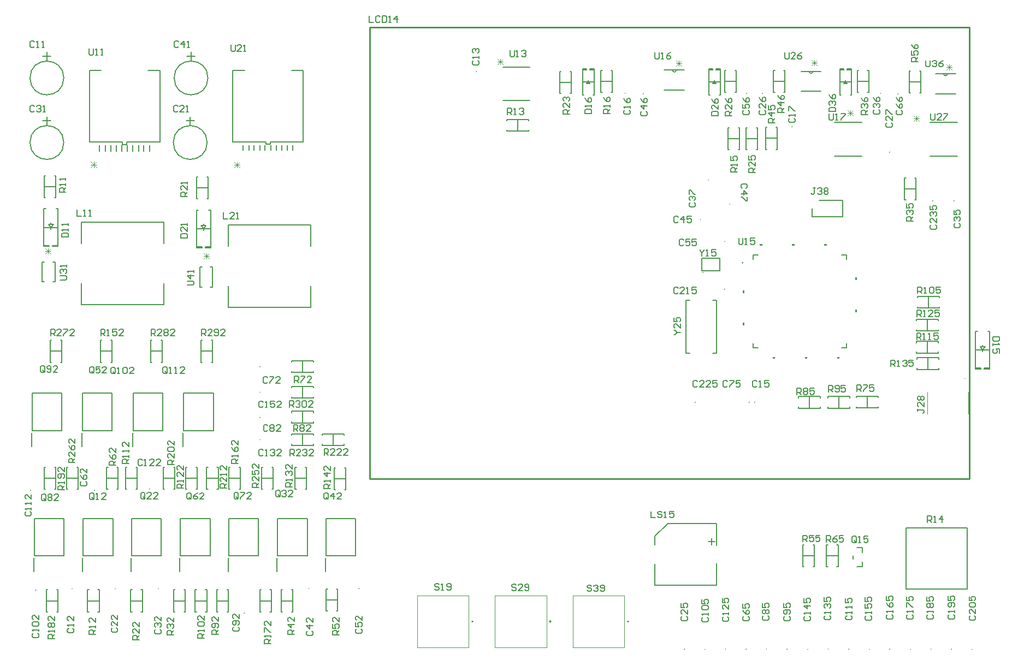
<source format=gto>
G04*
G04 #@! TF.GenerationSoftware,Altium Limited,Altium Designer,24.3.1 (35)*
G04*
G04 Layer_Color=65535*
%FSLAX42Y42*%
%MOMM*%
G71*
G04*
G04 #@! TF.SameCoordinates,998AAEF2-78E8-49C1-A84E-A9ECD080E68D*
G04*
G04*
G04 #@! TF.FilePolarity,Positive*
G04*
G01*
G75*
%ADD10C,0.20*%
%ADD11C,0.15*%
%ADD12C,0.15*%
%ADD13C,0.10*%
%ADD14C,0.25*%
%ADD15C,0.15*%
%ADD16C,0.14*%
%ADD17C,0.08*%
G36*
X11709Y4791D02*
X11671D01*
Y4766D01*
X11709D01*
Y4791D01*
D02*
G37*
G36*
X11230Y5321D02*
X11205D01*
Y5282D01*
X11230D01*
Y5321D01*
D02*
G37*
G36*
Y5821D02*
X11205D01*
Y5782D01*
X11230D01*
Y5821D01*
D02*
G37*
G36*
X11509Y6512D02*
X11471D01*
Y6537D01*
X11509D01*
Y6512D01*
D02*
G37*
G36*
X12009D02*
X11971D01*
Y6537D01*
X12009D01*
Y6512D01*
D02*
G37*
G36*
X12209Y4791D02*
X12171D01*
Y4766D01*
X12209D01*
Y4791D01*
D02*
G37*
G36*
X12709D02*
X12671D01*
Y4766D01*
X12709D01*
Y4791D01*
D02*
G37*
G36*
X12950Y5521D02*
X12976D01*
Y5482D01*
X12950D01*
Y5521D01*
D02*
G37*
G36*
Y6021D02*
X12976D01*
Y5982D01*
X12950D01*
Y6021D01*
D02*
G37*
G36*
X12509Y6512D02*
X12471D01*
Y6537D01*
X12509D01*
Y6512D01*
D02*
G37*
D10*
X14653Y4455D02*
G03*
X14653Y4455I-5J0D01*
G01*
X3722Y4638D02*
G03*
X3722Y4638I-5J0D01*
G01*
Y4244D02*
G03*
X3722Y4244I-5J0D01*
G01*
Y3851D02*
G03*
X3722Y3851I-5J0D01*
G01*
Y3508D02*
G03*
X3722Y3508I-5J0D01*
G01*
X2010Y2743D02*
G03*
X2010Y2743I-5J0D01*
G01*
X1161Y2722D02*
G03*
X1161Y2722I-5J0D01*
G01*
X13616Y8873D02*
G03*
X13616Y8873I-5J0D01*
G01*
X13346Y8877D02*
G03*
X13346Y8877I-5J0D01*
G01*
X9668Y8873D02*
G03*
X9668Y8873I-5J0D01*
G01*
X9385Y8877D02*
G03*
X9385Y8877I-5J0D01*
G01*
X13485Y7965D02*
G03*
X13485Y7965I-5J0D01*
G01*
X14155Y7212D02*
G03*
X14155Y7212I-5J0D01*
G01*
X14485Y7212D02*
G03*
X14485Y7212I-5J0D01*
G01*
X10673Y7537D02*
G03*
X10673Y7537I-5J0D01*
G01*
X11011Y7159D02*
G03*
X11011Y7159I-5J0D01*
G01*
X10553Y6921D02*
G03*
X10553Y6921I-5J0D01*
G01*
X10928Y6579D02*
G03*
X10928Y6579I-5J0D01*
G01*
X10593Y6103D02*
G03*
X10593Y6103I-5J0D01*
G01*
X14762Y257D02*
G03*
X14762Y257I-5J0D01*
G01*
X14444D02*
G03*
X14444Y257I-5J0D01*
G01*
X14126D02*
G03*
X14126Y257I-5J0D01*
G01*
X13807D02*
G03*
X13807Y257I-5J0D01*
G01*
X13489D02*
G03*
X13489Y257I-5J0D01*
G01*
X13170D02*
G03*
X13170Y257I-5J0D01*
G01*
X12852D02*
G03*
X12852Y257I-5J0D01*
G01*
X12534D02*
G03*
X12534Y257I-5J0D01*
G01*
X12215D02*
G03*
X12215Y257I-5J0D01*
G01*
X11897D02*
G03*
X11897Y257I-5J0D01*
G01*
X11578D02*
G03*
X11578Y257I-5J0D01*
G01*
X11260D02*
G03*
X11260Y257I-5J0D01*
G01*
X10942D02*
G03*
X10942Y257I-5J0D01*
G01*
X10623D02*
G03*
X10623Y257I-5J0D01*
G01*
X10305D02*
G03*
X10305Y257I-5J0D01*
G01*
X9420Y686D02*
G03*
X9440Y686I10J0D01*
G01*
D02*
G03*
X9420Y686I-10J0D01*
G01*
X8214D02*
G03*
X8234Y686I10J0D01*
G01*
D02*
G03*
X8214Y686I-10J0D01*
G01*
X7007D02*
G03*
X7027Y686I10J0D01*
G01*
D02*
G03*
X7007Y686I-10J0D01*
G01*
X4481Y1195D02*
G03*
X4481Y1195I-5J0D01*
G01*
X3481Y819D02*
G03*
X3481Y819I-5J0D01*
G01*
X2146Y1195D02*
G03*
X2146Y1195I-5J0D01*
G01*
X1479D02*
G03*
X1479Y1195I-5J0D01*
G01*
X812D02*
G03*
X812Y1195I-5J0D01*
G01*
X7079Y9214D02*
G03*
X7079Y9214I-5J0D01*
G01*
X11393Y4089D02*
G03*
X11393Y4089I-5J0D01*
G01*
X11974Y8362D02*
G03*
X11974Y8362I-5J0D01*
G01*
X11515Y8877D02*
G03*
X11515Y8877I-5J0D01*
G01*
X5257Y1199D02*
G03*
X5257Y1199I-5J0D01*
G01*
X11268Y8877D02*
G03*
X11268Y8877I-5J0D01*
G01*
X11308Y4089D02*
G03*
X11308Y4089I-5J0D01*
G01*
X246Y1176D02*
G03*
X246Y1176I-5J0D01*
G01*
X170Y2722D02*
G03*
X170Y2722I-5J0D01*
G01*
X10928Y5842D02*
G03*
X10928Y5842I-5J0D01*
G01*
X10473Y4089D02*
G03*
X10473Y4089I-5J0D01*
G01*
X2478Y1459D02*
Y1669D01*
X2488Y1704D02*
X2948D01*
Y2284D01*
X2488D02*
X2948D01*
X2488Y1704D02*
Y2284D01*
X3232Y1459D02*
Y1669D01*
X3241Y1704D02*
X3701D01*
Y2284D01*
X3241D02*
X3701D01*
X3241Y1704D02*
Y2284D01*
X4739Y1459D02*
Y1669D01*
X4748Y1704D02*
X5208D01*
Y2284D01*
X4748D02*
X5208D01*
X4748Y1704D02*
Y2284D01*
X10743Y4847D02*
X10798D01*
X10328Y5667D02*
X10383D01*
X10328Y4847D02*
X10383D01*
X10743Y5667D02*
X10798D01*
X10328Y4847D02*
Y5667D01*
X10798Y4847D02*
Y5667D01*
X12920Y1659D02*
Y1709D01*
X12980Y1829D02*
X13060D01*
Y1757D02*
Y1829D01*
X12980Y1539D02*
X13060D01*
Y1612D01*
X13735Y2140D02*
X14688D01*
X13735Y1187D02*
X14688D01*
X13735D02*
Y2140D01*
X14688Y1187D02*
Y2140D01*
X972Y3647D02*
Y4227D01*
X1432D01*
Y3647D02*
Y4227D01*
X972Y3647D02*
X1432D01*
X963Y3402D02*
Y3612D01*
X2539Y3647D02*
Y4227D01*
X2999D01*
Y3647D02*
Y4227D01*
X2539Y3647D02*
X2999D01*
X2529Y3402D02*
Y3612D01*
X1746Y3402D02*
Y3612D01*
X1755Y3647D02*
X2215D01*
Y4227D01*
X1755D02*
X2215D01*
X1755Y3647D02*
Y4227D01*
X180Y3402D02*
Y3612D01*
X189Y3647D02*
X649D01*
Y4227D01*
X189D02*
X649D01*
X189Y3647D02*
Y4227D01*
X1725Y1459D02*
Y1669D01*
X1734Y1704D02*
X2194D01*
Y2284D01*
X1734D02*
X2194D01*
X1734Y1704D02*
Y2284D01*
X971Y1459D02*
Y1669D01*
X981Y1704D02*
X1441D01*
Y2284D01*
X981D02*
X1441D01*
X981Y1704D02*
Y2284D01*
X227Y1704D02*
Y2284D01*
X687D01*
Y1704D02*
Y2284D01*
X227Y1704D02*
X687D01*
X218Y1459D02*
Y1669D01*
X4508Y5558D02*
Y5888D01*
X3228Y5558D02*
Y5888D01*
X4508Y6508D02*
Y6838D01*
X3228Y6508D02*
Y6838D01*
Y5558D02*
X4508D01*
X3228Y6838D02*
X4508D01*
X2236Y5598D02*
Y5928D01*
X956Y5598D02*
Y5928D01*
X2236Y6548D02*
Y6878D01*
X956Y6548D02*
Y6878D01*
Y5598D02*
X2236D01*
X956Y6878D02*
X2236D01*
X12392Y7217D02*
X12759D01*
Y6961D02*
Y7217D01*
X12279Y6961D02*
X12759D01*
X12279D02*
Y7089D01*
X3995Y1704D02*
Y2284D01*
X4455D01*
Y1704D02*
Y2284D01*
X3995Y1704D02*
X4455D01*
X3985Y1459D02*
Y1669D01*
X10804Y1247D02*
Y1587D01*
X9844Y1247D02*
X10804D01*
X9844D02*
Y1577D01*
Y1877D02*
Y2007D01*
X10044Y2207D01*
X10804D01*
Y1867D02*
Y2207D01*
X10674Y1927D02*
X10774D01*
X10724Y1877D02*
Y1977D01*
D11*
X11213Y6251D02*
G03*
X11213Y6251I-8J0D01*
G01*
X12234Y9219D02*
G03*
X12295Y9219I30J0D01*
G01*
X10117Y9238D02*
G03*
X10178Y9238I30J0D01*
G01*
X681Y9116D02*
G03*
X681Y9116I-262J0D01*
G01*
X2916D02*
G03*
X2916Y9116I-262J0D01*
G01*
X2903Y8115D02*
G03*
X2903Y8115I-262J0D01*
G01*
X681D02*
G03*
X681Y8115I-262J0D01*
G01*
X14321Y9181D02*
G03*
X14381Y9181I30J0D01*
G01*
X2790Y6181D02*
X2821D01*
X2954D02*
X2985D01*
Y5871D02*
Y6181D01*
X2790Y5871D02*
X2821D01*
X2790D02*
Y6181D01*
X2954Y5871D02*
X2985D01*
X11368Y4929D02*
X11442D01*
X12813D02*
Y5003D01*
X12739Y6374D02*
X12813D01*
X11368Y6300D02*
Y6374D01*
Y4929D02*
Y5003D01*
X12739Y4929D02*
X12813D01*
Y6300D02*
Y6374D01*
X11368D02*
X11442D01*
X12110Y9219D02*
X12419D01*
X12110Y8909D02*
X12419D01*
X9992Y9238D02*
X10302D01*
X9992Y8928D02*
X10302D01*
X512Y5953D02*
X544D01*
X348D02*
Y6263D01*
Y5953D02*
X380D01*
X544D02*
Y6263D01*
X512D02*
X544D01*
X348D02*
X380D01*
X12633Y8428D02*
X13057D01*
X12633Y7902D02*
X13057D01*
X14107Y8428D02*
X14531D01*
X14107Y7902D02*
X14531D01*
X7488Y8768D02*
X7904D01*
X7488Y9284D02*
X7904D01*
X419Y9390D02*
Y9517D01*
X356Y9454D02*
X483D01*
X3302Y8125D02*
Y9235D01*
X4212D02*
X4394D01*
Y8125D02*
Y9235D01*
X3880Y8125D02*
X4394D01*
X3880Y8087D02*
Y8125D01*
X3816Y8087D02*
X3880D01*
X3816D02*
Y8125D01*
X3302D02*
X3816D01*
X3302Y9235D02*
X3485D01*
X4234Y7996D02*
Y8077D01*
X4064Y7996D02*
Y8077D01*
X3894Y7996D02*
Y8077D01*
X3724Y7996D02*
Y8077D01*
X3553Y7996D02*
Y8077D01*
X4143Y7996D02*
Y8077D01*
X3973Y7996D02*
Y8077D01*
X3802Y7996D02*
Y8077D01*
X3632Y7996D02*
Y8077D01*
X3462Y7996D02*
Y8077D01*
X2591Y9454D02*
X2718D01*
X2654Y9390D02*
Y9517D01*
X2578Y8453D02*
X2705D01*
X2642Y8390D02*
Y8517D01*
X1077Y8123D02*
Y9233D01*
X1984D02*
X2169D01*
Y8123D02*
Y9233D01*
X1655Y8123D02*
X2169D01*
X1655Y8085D02*
Y8123D01*
X1591Y8085D02*
X1655D01*
X1591D02*
Y8123D01*
X1077D02*
X1591D01*
X1077Y9233D02*
X1262D01*
X2009Y7983D02*
Y8075D01*
X1839Y7983D02*
Y8075D01*
X1669Y7983D02*
Y8075D01*
X1499Y7983D02*
Y8075D01*
X1328Y7983D02*
Y8075D01*
X1918Y7983D02*
Y8075D01*
X1748Y7983D02*
Y8075D01*
X1577Y7983D02*
Y8075D01*
X1407Y7983D02*
Y8075D01*
X1237Y7983D02*
Y8075D01*
X356Y8453D02*
X483D01*
X419Y8390D02*
Y8517D01*
X14196Y9181D02*
X14506D01*
X14196Y8871D02*
X14506D01*
D12*
X12237Y3995D02*
Y4175D01*
X12067Y4155D02*
Y4175D01*
X12407D01*
Y4155D02*
Y4175D01*
X12067Y3995D02*
Y4015D01*
Y3995D02*
X12407D01*
Y4015D01*
X14952Y4604D02*
Y4617D01*
Y4604D02*
X15037D01*
Y4617D01*
X14902Y4604D02*
Y4617D01*
X14817Y4604D02*
X14902D01*
X14817D02*
Y4617D01*
X14889Y4947D02*
X14965D01*
X14927D02*
Y4972D01*
Y4871D02*
Y4896D01*
X14889Y4947D02*
X14927Y4896D01*
X14965Y4947D01*
X14817Y4896D02*
X15037D01*
X14817Y5188D02*
X14847D01*
X14817Y4617D02*
Y5188D01*
Y4617D02*
X14902D01*
X14952D02*
X15037D01*
Y5188D01*
X15007D02*
X15037D01*
X14246Y4596D02*
Y4616D01*
X13907Y4596D02*
X14246D01*
X13907D02*
Y4616D01*
X14246Y4756D02*
Y4776D01*
X13907D02*
X14246D01*
X13907Y4756D02*
Y4776D01*
X14076Y4596D02*
Y4776D01*
X14084Y5549D02*
Y5729D01*
X13914Y5709D02*
Y5729D01*
X14254D01*
Y5709D02*
Y5729D01*
X13914Y5549D02*
Y5569D01*
Y5549D02*
X14254D01*
Y5569D01*
X14072Y5193D02*
Y5373D01*
X13902Y5353D02*
Y5373D01*
X14242D01*
Y5353D02*
Y5373D01*
X13902Y5193D02*
Y5213D01*
Y5193D02*
X14242D01*
Y5213D01*
X14072Y4850D02*
Y5030D01*
X13902Y5010D02*
Y5030D01*
X14242D01*
Y5010D02*
Y5030D01*
X13902Y4850D02*
Y4870D01*
Y4850D02*
X14242D01*
Y4870D01*
X4381Y4548D02*
Y4728D01*
X4211Y4708D02*
Y4728D01*
X4551D01*
Y4708D02*
Y4728D01*
X4211Y4548D02*
Y4568D01*
Y4548D02*
X4551D01*
Y4568D01*
X4381Y4154D02*
Y4335D01*
X4211Y4315D02*
Y4335D01*
X4551D01*
Y4315D02*
Y4335D01*
X4211Y4154D02*
Y4174D01*
Y4154D02*
X4551D01*
Y4174D01*
X4381Y3766D02*
Y3946D01*
X4211Y3926D02*
Y3946D01*
X4551D01*
Y3926D02*
Y3946D01*
X4211Y3766D02*
Y3786D01*
Y3766D02*
X4551D01*
Y3786D01*
X4857Y3418D02*
Y3598D01*
X4687Y3578D02*
Y3598D01*
X5027D01*
Y3578D02*
Y3598D01*
X4687Y3418D02*
Y3438D01*
Y3418D02*
X5027D01*
Y3438D01*
X4381Y3418D02*
Y3598D01*
X4211Y3578D02*
Y3598D01*
X4551D01*
Y3578D02*
Y3598D01*
X4211Y3418D02*
Y3438D01*
Y3418D02*
X4551D01*
Y3438D01*
X4875Y2903D02*
X5055D01*
X4875Y2733D02*
X4895D01*
X4875D02*
Y3073D01*
X4895D01*
X5035Y2733D02*
X5055D01*
Y3073D01*
X5035D02*
X5055D01*
X4426Y3080D02*
X4446D01*
Y2740D02*
Y3080D01*
X4426Y2740D02*
X4446D01*
X4266Y3080D02*
X4286D01*
X4266Y2740D02*
Y3080D01*
Y2740D02*
X4286D01*
X4266Y2910D02*
X4446D01*
X3905Y3080D02*
X3925D01*
Y2740D02*
Y3080D01*
X3905Y2740D02*
X3925D01*
X3745Y3080D02*
X3765D01*
X3745Y2740D02*
Y3080D01*
Y2740D02*
X3765D01*
X3745Y2910D02*
X3925D01*
X3397Y3080D02*
X3417D01*
Y2740D02*
Y3080D01*
X3397Y2740D02*
X3417D01*
X3237Y3080D02*
X3257D01*
X3237Y2740D02*
Y3080D01*
Y2740D02*
X3257D01*
X3237Y2910D02*
X3417D01*
X2894Y2910D02*
X3075D01*
X3055Y3080D02*
X3075D01*
Y2740D02*
Y3080D01*
X3055Y2740D02*
X3075D01*
X2894Y3080D02*
X2915D01*
X2894Y2740D02*
Y3080D01*
Y2740D02*
X2915D01*
X2729Y3080D02*
X2749D01*
Y2740D02*
Y3080D01*
X2729Y2740D02*
X2749D01*
X2569Y3080D02*
X2589D01*
X2569Y2740D02*
Y3080D01*
Y2740D02*
X2589D01*
X2569Y2910D02*
X2749D01*
X1797Y3080D02*
X1817D01*
Y2740D02*
Y3080D01*
X1797Y2740D02*
X1817D01*
X1637Y3080D02*
X1657D01*
X1637Y2740D02*
Y3080D01*
Y2740D02*
X1657D01*
X1637Y2910D02*
X1817D01*
X1345Y2910D02*
X1525D01*
X1505Y3080D02*
X1525D01*
Y2740D02*
Y3080D01*
X1505Y2740D02*
X1525D01*
X1345Y3080D02*
X1365D01*
X1345Y2740D02*
Y3080D01*
Y2740D02*
X1365D01*
X883Y3080D02*
X903D01*
Y2740D02*
Y3080D01*
X883Y2740D02*
X903D01*
X723Y3080D02*
X743D01*
X723Y2740D02*
Y3080D01*
Y2740D02*
X743D01*
X723Y2910D02*
X903D01*
X2738Y7243D02*
X2758D01*
X2738D02*
Y7583D01*
X2758D01*
X2898Y7243D02*
X2918D01*
Y7583D01*
X2898D02*
X2918D01*
X2738Y7414D02*
X2918D01*
X2875Y6482D02*
Y6495D01*
Y6482D02*
X2960D01*
Y6495D01*
X2825Y6482D02*
Y6495D01*
X2740Y6482D02*
X2825D01*
X2740D02*
Y6495D01*
X2812Y6825D02*
X2888D01*
X2850D02*
Y6850D01*
Y6749D02*
Y6774D01*
X2812Y6825D02*
X2850Y6774D01*
X2888Y6825D01*
X2740Y6774D02*
X2960D01*
X2740Y7066D02*
X2770D01*
X2740Y6495D02*
Y7066D01*
Y6495D02*
X2825D01*
X2875D02*
X2960D01*
Y7066D01*
X2930D02*
X2960D01*
X377Y7258D02*
X397D01*
X377D02*
Y7599D01*
X397D01*
X537Y7258D02*
X557D01*
Y7599D01*
X537D02*
X557D01*
X377Y7429D02*
X557D01*
X563Y7088D02*
X593D01*
Y6517D02*
Y7088D01*
X508Y6517D02*
X593D01*
X373D02*
X458D01*
X373D02*
Y7088D01*
X403D01*
X373Y6796D02*
X593D01*
X483D02*
X521Y6847D01*
X445D02*
X483Y6796D01*
Y6771D02*
Y6796D01*
Y6847D02*
Y6872D01*
X445Y6847D02*
X521D01*
X373Y6504D02*
Y6517D01*
Y6504D02*
X458D01*
Y6517D01*
X593Y6504D02*
Y6517D01*
X508Y6504D02*
X593D01*
X508D02*
Y6517D01*
X12981Y9064D02*
X13161D01*
X13141Y9234D02*
X13161D01*
Y8894D02*
Y9234D01*
X13141Y8894D02*
X13161D01*
X12981Y9234D02*
X13001D01*
X12981Y8894D02*
Y9234D01*
Y8894D02*
X13001D01*
X12802Y9052D02*
X12827Y9026D01*
X12776D02*
X12802Y9052D01*
X12776Y9026D02*
X12827D01*
X12802Y9052D02*
Y9077D01*
X12776Y9242D02*
Y9255D01*
X12712D02*
X12776D01*
X12712Y9242D02*
Y9255D01*
X12892Y9242D02*
Y9255D01*
X12827D02*
X12892D01*
X12827Y9242D02*
Y9255D01*
X12712Y8848D02*
X12732D01*
X12712D02*
Y9242D01*
X12776D01*
X12872Y8848D02*
X12892D01*
Y9242D01*
X12827D02*
X12892D01*
X12712Y9052D02*
X12892D01*
X10680D02*
X10860D01*
X10795Y9242D02*
X10860D01*
Y8848D02*
Y9242D01*
X10840Y8848D02*
X10860D01*
X10680Y9242D02*
X10744D01*
X10680Y8848D02*
Y9242D01*
Y8848D02*
X10700D01*
X10795Y9242D02*
Y9255D01*
X10860D01*
Y9242D02*
Y9255D01*
X10680Y9242D02*
Y9255D01*
X10744D01*
Y9242D02*
Y9255D01*
X10770Y9052D02*
Y9077D01*
X10744Y9026D02*
X10795D01*
X10744D02*
X10770Y9052D01*
X10795Y9026D01*
X9007Y8894D02*
X9027D01*
X9007D02*
Y9234D01*
X9027D01*
X9167Y8894D02*
X9187D01*
Y9234D01*
X9167D02*
X9187D01*
X9007Y9064D02*
X9187D01*
X8724Y9052D02*
X8904D01*
X8839Y9242D02*
X8904D01*
Y8848D02*
Y9242D01*
X8884Y8848D02*
X8904D01*
X8724Y9242D02*
X8788D01*
X8724Y8848D02*
Y9242D01*
Y8848D02*
X8744D01*
X8839Y9242D02*
Y9255D01*
X8904D01*
Y9242D02*
Y9255D01*
X8724Y9242D02*
Y9255D01*
X8788D01*
Y9242D02*
Y9255D01*
X8814Y9052D02*
Y9077D01*
X8788Y9026D02*
X8839D01*
X8788D02*
X8814Y9052D01*
X8839Y9026D01*
X8369Y9043D02*
X8549D01*
X8529Y9214D02*
X8549D01*
Y8874D02*
Y9214D01*
X8529Y8874D02*
X8549D01*
X8369Y9214D02*
X8389D01*
X8369Y8874D02*
Y9214D01*
Y8874D02*
X8389D01*
X10977Y8178D02*
X11157D01*
X10977Y8008D02*
X10997D01*
X10977D02*
Y8348D01*
X10997D01*
X11137Y8008D02*
X11157D01*
Y8348D01*
X11137D02*
X11157D01*
X11257Y8178D02*
X11437D01*
X11417Y8348D02*
X11437D01*
Y8008D02*
Y8348D01*
X11417Y8008D02*
X11437D01*
X11257Y8348D02*
X11277D01*
X11257Y8008D02*
Y8348D01*
Y8008D02*
X11277D01*
X11562Y8179D02*
X11742D01*
X11562Y8009D02*
X11582D01*
X11562D02*
Y8349D01*
X11582D01*
X11722Y8009D02*
X11742D01*
Y8349D01*
X11722D02*
X11742D01*
X10568Y6123D02*
Y6323D01*
X10848D01*
Y6123D02*
Y6323D01*
X10568Y6123D02*
X10848D01*
X4053Y837D02*
X4073D01*
X4053D02*
Y1177D01*
X4073D01*
X4213Y837D02*
X4233D01*
Y1177D01*
X4213D02*
X4233D01*
X4053Y1007D02*
X4233D01*
X3879Y1177D02*
X3899D01*
Y837D02*
Y1177D01*
X3879Y837D02*
X3899D01*
X3719Y1177D02*
X3739D01*
X3719Y837D02*
Y1177D01*
Y837D02*
X3739D01*
X3719Y1007D02*
X3899D01*
X3212Y1177D02*
X3232D01*
Y837D02*
Y1177D01*
X3212Y837D02*
X3232D01*
X3052Y1177D02*
X3072D01*
X3052Y837D02*
Y1177D01*
Y837D02*
X3072D01*
X3052Y1007D02*
X3232D01*
X2385Y837D02*
X2405D01*
X2385D02*
Y1177D01*
X2405D01*
X2545Y837D02*
X2565D01*
Y1177D01*
X2545D02*
X2565D01*
X2385Y1007D02*
X2565D01*
X1718Y837D02*
X1738D01*
X1718D02*
Y1177D01*
X1738D01*
X1878Y837D02*
X1898D01*
Y1177D01*
X1878D02*
X1898D01*
X1718Y1007D02*
X1898D01*
X10926Y8896D02*
X10946D01*
X10926D02*
Y9236D01*
X10946D01*
X11086Y8896D02*
X11106D01*
Y9236D01*
X11086D02*
X11106D01*
X10926Y9066D02*
X11106D01*
X13790Y9058D02*
X13970D01*
X13950Y9228D02*
X13970D01*
Y8888D02*
Y9228D01*
X13950Y8888D02*
X13970D01*
X13790Y9228D02*
X13810D01*
X13790Y8888D02*
Y9228D01*
Y8888D02*
X13810D01*
X13715Y7393D02*
X13895D01*
X13715Y7223D02*
X13735D01*
X13715D02*
Y7563D01*
X13735D01*
X13875Y7223D02*
X13895D01*
Y7563D01*
X13875D02*
X13895D01*
X11683Y8894D02*
X11703D01*
X11683D02*
Y9234D01*
X11703D01*
X11843Y8894D02*
X11863D01*
Y9234D01*
X11843D02*
X11863D01*
X11683Y9064D02*
X11863D01*
X2221Y2908D02*
X2401D01*
X2221Y2739D02*
X2241D01*
X2221D02*
Y3078D01*
X2241D01*
X2381Y2739D02*
X2401D01*
Y3078D01*
X2381D02*
X2401D01*
X535Y3079D02*
X555D01*
Y2739D02*
Y3079D01*
X535Y2739D02*
X555D01*
X375Y3079D02*
X395D01*
X375Y2739D02*
Y3079D01*
Y2739D02*
X395D01*
X375Y2909D02*
X555D01*
X12139Y1703D02*
X12319D01*
X12299Y1874D02*
X12319D01*
Y1534D02*
Y1874D01*
X12299Y1534D02*
X12319D01*
X12139Y1874D02*
X12159D01*
X12139Y1534D02*
Y1874D01*
Y1534D02*
X12159D01*
X1210Y1177D02*
X1230D01*
Y837D02*
Y1177D01*
X1210Y837D02*
X1230D01*
X1050Y1177D02*
X1070D01*
X1050Y837D02*
Y1177D01*
Y837D02*
X1070D01*
X1050Y1007D02*
X1230D01*
X409Y837D02*
X429D01*
X409D02*
Y1177D01*
X429D01*
X569Y837D02*
X589D01*
Y1177D01*
X569D02*
X589D01*
X409Y1007D02*
X589D01*
X4909Y1187D02*
X4929D01*
Y847D02*
Y1187D01*
X4909Y847D02*
X4929D01*
X4749Y1187D02*
X4769D01*
X4749Y847D02*
Y1187D01*
Y847D02*
X4769D01*
X4749Y1017D02*
X4929D01*
X12506Y1703D02*
X12686D01*
X12666Y1874D02*
X12686D01*
Y1534D02*
Y1874D01*
X12666Y1534D02*
X12686D01*
X12506Y1874D02*
X12526D01*
X12506Y1534D02*
Y1874D01*
Y1534D02*
X12526D01*
X13305Y3999D02*
Y4019D01*
X12965Y3999D02*
X13305D01*
X12965D02*
Y4019D01*
X13305Y4159D02*
Y4179D01*
X12965D02*
X13305D01*
X12965Y4159D02*
Y4179D01*
X13135Y3999D02*
Y4179D01*
X12867Y3995D02*
Y4015D01*
X12527Y3995D02*
X12867D01*
X12527D02*
Y4015D01*
X12867Y4155D02*
Y4175D01*
X12527D02*
X12867D01*
X12527Y4155D02*
Y4175D01*
X12697Y3995D02*
Y4175D01*
X2718Y1007D02*
X2898D01*
X2878Y1177D02*
X2898D01*
Y837D02*
Y1177D01*
X2878Y837D02*
X2898D01*
X2718Y1177D02*
X2738D01*
X2718Y837D02*
Y1177D01*
Y837D02*
X2738D01*
X2966Y5047D02*
X2986D01*
Y4707D02*
Y5047D01*
X2966Y4707D02*
X2986D01*
X2806Y5047D02*
X2826D01*
X2806Y4707D02*
Y5047D01*
Y4707D02*
X2826D01*
X2806Y4877D02*
X2986D01*
X2187Y5047D02*
X2207D01*
Y4707D02*
Y5047D01*
X2187Y4707D02*
X2207D01*
X2027Y5047D02*
X2047D01*
X2027Y4707D02*
Y5047D01*
Y4707D02*
X2047D01*
X2027Y4877D02*
X2207D01*
X1408Y5047D02*
X1428D01*
Y4707D02*
Y5047D01*
X1408Y4707D02*
X1428D01*
X1248Y5047D02*
X1268D01*
X1248Y4707D02*
Y5047D01*
Y4707D02*
X1268D01*
X1248Y4877D02*
X1428D01*
X629Y5047D02*
X649D01*
Y4707D02*
Y5047D01*
X629Y4707D02*
X649D01*
X469Y5047D02*
X489D01*
X469Y4707D02*
Y5047D01*
Y4707D02*
X489D01*
X469Y4877D02*
X649D01*
X7891Y8291D02*
Y8311D01*
X7551Y8291D02*
X7891D01*
X7551D02*
Y8311D01*
X7891Y8451D02*
Y8471D01*
X7551D02*
X7891D01*
X7551Y8451D02*
Y8471D01*
X7721Y8291D02*
Y8471D01*
D13*
X14707Y3905D02*
Y4248D01*
X14072Y3905D02*
Y4248D01*
X8570Y1086D02*
X9370D01*
Y286D02*
Y1086D01*
X8570Y286D02*
X9370D01*
X8570D02*
Y1086D01*
X7364D02*
X8164D01*
Y286D02*
Y1086D01*
X7364Y286D02*
X8164D01*
X7364D02*
Y1086D01*
X6157D02*
X6957D01*
Y286D02*
Y1086D01*
X6157Y286D02*
X6957D01*
X6157D02*
Y1086D01*
D14*
X14723Y2898D02*
Y9898D01*
X5423D02*
X14723D01*
X5423Y2898D02*
Y9898D01*
Y2898D02*
X14723D01*
D15*
X12048Y4208D02*
Y4308D01*
X12098D01*
X12114Y4291D01*
Y4258D01*
X12098Y4241D01*
X12048D01*
X12081D02*
X12114Y4208D01*
X12148Y4291D02*
X12164Y4308D01*
X12198D01*
X12214Y4291D01*
Y4275D01*
X12198Y4258D01*
X12214Y4241D01*
Y4225D01*
X12198Y4208D01*
X12164D01*
X12148Y4225D01*
Y4241D01*
X12164Y4258D01*
X12148Y4275D01*
Y4291D01*
X12164Y4258D02*
X12198D01*
X12314Y4308D02*
X12248D01*
Y4258D01*
X12281Y4275D01*
X12298D01*
X12314Y4258D01*
Y4225D01*
X12298Y4208D01*
X12264D01*
X12248Y4225D01*
X13502Y4641D02*
Y4741D01*
X13552D01*
X13569Y4724D01*
Y4691D01*
X13552Y4674D01*
X13502D01*
X13535D02*
X13569Y4641D01*
X13602D02*
X13635D01*
X13619D01*
Y4741D01*
X13602Y4724D01*
X13685D02*
X13702Y4741D01*
X13735D01*
X13752Y4724D01*
Y4708D01*
X13735Y4691D01*
X13719D01*
X13735D01*
X13752Y4674D01*
Y4658D01*
X13735Y4641D01*
X13702D01*
X13685Y4658D01*
X13852Y4741D02*
X13785D01*
Y4691D01*
X13819Y4708D01*
X13835D01*
X13852Y4691D01*
Y4658D01*
X13835Y4641D01*
X13802D01*
X13785Y4658D01*
X13918Y3982D02*
Y3949D01*
Y3966D01*
X14001D01*
X14018Y3949D01*
Y3932D01*
X14001Y3916D01*
X14018Y4082D02*
Y4016D01*
X13951Y4082D01*
X13935D01*
X13918Y4066D01*
Y4032D01*
X13935Y4016D01*
Y4116D02*
X13918Y4132D01*
Y4166D01*
X13935Y4182D01*
X13951D01*
X13968Y4166D01*
X13985Y4182D01*
X14001D01*
X14018Y4166D01*
Y4132D01*
X14001Y4116D01*
X13985D01*
X13968Y4132D01*
X13951Y4116D01*
X13935D01*
X13968Y4132D02*
Y4166D01*
X2494Y6632D02*
X2594D01*
Y6682D01*
X2577Y6699D01*
X2511D01*
X2494Y6682D01*
Y6632D01*
X2594Y6799D02*
Y6732D01*
X2527Y6799D01*
X2511D01*
X2494Y6782D01*
Y6749D01*
X2511Y6732D01*
X2594Y6832D02*
Y6866D01*
Y6849D01*
X2494D01*
X2511Y6832D01*
X651Y6647D02*
X751D01*
Y6697D01*
X734Y6713D01*
X668D01*
X651Y6697D01*
Y6647D01*
X751Y6747D02*
Y6780D01*
Y6763D01*
X651D01*
X668Y6747D01*
X751Y6830D02*
Y6863D01*
Y6847D01*
X651D01*
X668Y6830D01*
X2598Y7276D02*
X2498D01*
Y7326D01*
X2515Y7343D01*
X2548D01*
X2565Y7326D01*
Y7276D01*
Y7310D02*
X2598Y7343D01*
Y7443D02*
Y7376D01*
X2531Y7443D01*
X2515D01*
X2498Y7426D01*
Y7393D01*
X2515Y7376D01*
X2598Y7476D02*
Y7510D01*
Y7493D01*
X2498D01*
X2515Y7476D01*
X712Y7347D02*
X612D01*
Y7397D01*
X629Y7413D01*
X662D01*
X679Y7397D01*
Y7347D01*
Y7380D02*
X712Y7413D01*
Y7447D02*
Y7480D01*
Y7463D01*
X612D01*
X629Y7447D01*
X712Y7530D02*
Y7563D01*
Y7547D01*
X612D01*
X629Y7530D01*
X5418Y10077D02*
Y9977D01*
X5484D01*
X5584Y10060D02*
X5568Y10077D01*
X5534D01*
X5518Y10060D01*
Y9994D01*
X5534Y9977D01*
X5568D01*
X5584Y9994D01*
X5618Y10077D02*
Y9977D01*
X5668D01*
X5684Y9994D01*
Y10060D01*
X5668Y10077D01*
X5618D01*
X5718Y9977D02*
X5751D01*
X5734D01*
Y10077D01*
X5718Y10060D01*
X5851Y9977D02*
Y10077D01*
X5801Y10027D01*
X5868D01*
X2595Y5902D02*
X2678D01*
X2695Y5919D01*
Y5952D01*
X2678Y5969D01*
X2595D01*
X2695Y6052D02*
X2595D01*
X2645Y6002D01*
Y6069D01*
X2695Y6102D02*
Y6136D01*
Y6119D01*
X2595D01*
X2612Y6102D01*
X627Y5982D02*
X710D01*
X727Y5999D01*
Y6032D01*
X710Y6049D01*
X627D01*
X644Y6082D02*
X627Y6099D01*
Y6132D01*
X644Y6149D01*
X660D01*
X677Y6132D01*
Y6116D01*
Y6132D01*
X694Y6149D01*
X710D01*
X727Y6132D01*
Y6099D01*
X710Y6082D01*
X727Y6182D02*
Y6216D01*
Y6199D01*
X627D01*
X644Y6182D01*
X13906Y5414D02*
Y5514D01*
X13956D01*
X13973Y5497D01*
Y5464D01*
X13956Y5447D01*
X13906D01*
X13939D02*
X13973Y5414D01*
X14006D02*
X14039D01*
X14023D01*
Y5514D01*
X14006Y5497D01*
X14156Y5414D02*
X14089D01*
X14156Y5481D01*
Y5497D01*
X14139Y5514D01*
X14106D01*
X14089Y5497D01*
X14256Y5514D02*
X14189D01*
Y5464D01*
X14223Y5481D01*
X14239D01*
X14256Y5464D01*
Y5431D01*
X14239Y5414D01*
X14206D01*
X14189Y5431D01*
X13904Y5063D02*
Y5163D01*
X13954D01*
X13971Y5146D01*
Y5113D01*
X13954Y5096D01*
X13904D01*
X13938D02*
X13971Y5063D01*
X14004D02*
X14038D01*
X14021D01*
Y5163D01*
X14004Y5146D01*
X14088Y5063D02*
X14121D01*
X14104D01*
Y5163D01*
X14088Y5146D01*
X14238Y5163D02*
X14171D01*
Y5113D01*
X14204Y5130D01*
X14221D01*
X14238Y5113D01*
Y5080D01*
X14221Y5063D01*
X14188D01*
X14171Y5080D01*
X13919Y5775D02*
Y5875D01*
X13969D01*
X13986Y5858D01*
Y5825D01*
X13969Y5808D01*
X13919D01*
X13952D02*
X13986Y5775D01*
X14019D02*
X14052D01*
X14036D01*
Y5875D01*
X14019Y5858D01*
X14102D02*
X14119Y5875D01*
X14152D01*
X14169Y5858D01*
Y5792D01*
X14152Y5775D01*
X14119D01*
X14102Y5792D01*
Y5858D01*
X14269Y5875D02*
X14202D01*
Y5825D01*
X14236Y5842D01*
X14252D01*
X14269Y5825D01*
Y5792D01*
X14252Y5775D01*
X14219D01*
X14202Y5792D01*
X12535Y4249D02*
Y4349D01*
X12585D01*
X12602Y4333D01*
Y4299D01*
X12585Y4283D01*
X12535D01*
X12568D02*
X12602Y4249D01*
X12635Y4266D02*
X12652Y4249D01*
X12685D01*
X12702Y4266D01*
Y4333D01*
X12685Y4349D01*
X12652D01*
X12635Y4333D01*
Y4316D01*
X12652Y4299D01*
X12702D01*
X12801Y4349D02*
X12735D01*
Y4299D01*
X12768Y4316D01*
X12785D01*
X12801Y4299D01*
Y4266D01*
X12785Y4249D01*
X12751D01*
X12735Y4266D01*
X12974Y4252D02*
Y4352D01*
X13024D01*
X13041Y4335D01*
Y4302D01*
X13024Y4285D01*
X12974D01*
X13008D02*
X13041Y4252D01*
X13074Y4352D02*
X13141D01*
Y4335D01*
X13074Y4269D01*
Y4252D01*
X13241Y4352D02*
X13174D01*
Y4302D01*
X13208Y4319D01*
X13224D01*
X13241Y4302D01*
Y4269D01*
X13224Y4252D01*
X13191D01*
X13174Y4269D01*
X11261Y7406D02*
X11278Y7422D01*
Y7456D01*
X11261Y7472D01*
X11195D01*
X11178Y7456D01*
Y7422D01*
X11195Y7406D01*
X11178Y7322D02*
X11278D01*
X11228Y7372D01*
Y7306D01*
X11278Y7272D02*
Y7206D01*
X11261D01*
X11195Y7272D01*
X11178D01*
X10391Y7181D02*
X10374Y7165D01*
Y7131D01*
X10391Y7115D01*
X10457D01*
X10474Y7131D01*
Y7165D01*
X10457Y7181D01*
X10391Y7215D02*
X10374Y7231D01*
Y7265D01*
X10391Y7281D01*
X10407D01*
X10424Y7265D01*
Y7248D01*
Y7265D01*
X10441Y7281D01*
X10457D01*
X10474Y7265D01*
Y7231D01*
X10457Y7215D01*
X10374Y7315D02*
Y7381D01*
X10391D01*
X10457Y7315D01*
X10474D01*
X10140Y5135D02*
X10157D01*
X10190Y5168D01*
X10157Y5201D01*
X10140D01*
X10190Y5168D02*
X10240D01*
Y5301D02*
Y5235D01*
X10173Y5301D01*
X10157D01*
X10140Y5285D01*
Y5251D01*
X10157Y5235D01*
X10140Y5401D02*
Y5335D01*
X10190D01*
X10173Y5368D01*
Y5385D01*
X10190Y5401D01*
X10223D01*
X10240Y5385D01*
Y5351D01*
X10223Y5335D01*
X10543Y6454D02*
Y6437D01*
X10576Y6404D01*
X10610Y6437D01*
Y6454D01*
X10576Y6404D02*
Y6354D01*
X10643D02*
X10676D01*
X10660D01*
Y6454D01*
X10643Y6437D01*
X10793Y6454D02*
X10726D01*
Y6404D01*
X10760Y6421D01*
X10776D01*
X10793Y6404D01*
Y6371D01*
X10776Y6354D01*
X10743D01*
X10726Y6371D01*
X14046Y9389D02*
Y9305D01*
X14063Y9289D01*
X14096D01*
X14113Y9305D01*
Y9389D01*
X14146Y9372D02*
X14163Y9389D01*
X14196D01*
X14213Y9372D01*
Y9355D01*
X14196Y9339D01*
X14179D01*
X14196D01*
X14213Y9322D01*
Y9305D01*
X14196Y9289D01*
X14163D01*
X14146Y9305D01*
X14313Y9389D02*
X14279Y9372D01*
X14246Y9339D01*
Y9305D01*
X14263Y9289D01*
X14296D01*
X14313Y9305D01*
Y9322D01*
X14296Y9339D01*
X14246D01*
X14120Y8561D02*
Y8478D01*
X14136Y8461D01*
X14170D01*
X14186Y8478D01*
Y8561D01*
X14286Y8461D02*
X14220D01*
X14286Y8528D01*
Y8544D01*
X14270Y8561D01*
X14236D01*
X14220Y8544D01*
X14320Y8561D02*
X14386D01*
Y8544D01*
X14320Y8478D01*
Y8461D01*
X11857Y9511D02*
Y9428D01*
X11873Y9411D01*
X11907D01*
X11923Y9428D01*
Y9511D01*
X12023Y9411D02*
X11957D01*
X12023Y9478D01*
Y9494D01*
X12007Y9511D01*
X11973D01*
X11957Y9494D01*
X12123Y9511D02*
X12090Y9494D01*
X12057Y9461D01*
Y9428D01*
X12073Y9411D01*
X12107D01*
X12123Y9428D01*
Y9444D01*
X12107Y9461D01*
X12057D01*
X3272Y9628D02*
Y9544D01*
X3288Y9528D01*
X3322D01*
X3338Y9544D01*
Y9628D01*
X3438Y9528D02*
X3371D01*
X3438Y9594D01*
Y9611D01*
X3421Y9628D01*
X3388D01*
X3371Y9611D01*
X3471Y9528D02*
X3505D01*
X3488D01*
Y9628D01*
X3471Y9611D01*
X12547Y8563D02*
Y8480D01*
X12564Y8463D01*
X12597D01*
X12614Y8480D01*
Y8563D01*
X12647Y8463D02*
X12680D01*
X12664D01*
Y8563D01*
X12647Y8546D01*
X12730Y8563D02*
X12797D01*
Y8546D01*
X12730Y8480D01*
Y8463D01*
X9843Y9511D02*
Y9427D01*
X9859Y9411D01*
X9892D01*
X9909Y9427D01*
Y9511D01*
X9942Y9411D02*
X9976D01*
X9959D01*
Y9511D01*
X9942Y9494D01*
X10092Y9511D02*
X10059Y9494D01*
X10026Y9461D01*
Y9427D01*
X10042Y9411D01*
X10076D01*
X10092Y9427D01*
Y9444D01*
X10076Y9461D01*
X10026D01*
X11144Y6632D02*
Y6549D01*
X11161Y6532D01*
X11194D01*
X11211Y6549D01*
Y6632D01*
X11244Y6532D02*
X11277D01*
X11261D01*
Y6632D01*
X11244Y6615D01*
X11394Y6632D02*
X11327D01*
Y6582D01*
X11361Y6599D01*
X11377D01*
X11394Y6582D01*
Y6549D01*
X11377Y6532D01*
X11344D01*
X11327Y6549D01*
X7597Y9546D02*
Y9463D01*
X7614Y9446D01*
X7647D01*
X7664Y9463D01*
Y9546D01*
X7697Y9446D02*
X7730D01*
X7714D01*
Y9546D01*
X7697Y9529D01*
X7780D02*
X7797Y9546D01*
X7830D01*
X7847Y9529D01*
Y9513D01*
X7830Y9496D01*
X7814D01*
X7830D01*
X7847Y9479D01*
Y9463D01*
X7830Y9446D01*
X7797D01*
X7780Y9463D01*
X1072Y9574D02*
Y9491D01*
X1089Y9474D01*
X1122D01*
X1139Y9491D01*
Y9574D01*
X1172Y9474D02*
X1205D01*
X1189D01*
Y9574D01*
X1172Y9558D01*
X1255Y9474D02*
X1288D01*
X1272D01*
Y9574D01*
X1255Y9558D01*
X8863Y1236D02*
X8847Y1253D01*
X8813D01*
X8797Y1236D01*
Y1220D01*
X8813Y1203D01*
X8847D01*
X8863Y1186D01*
Y1170D01*
X8847Y1153D01*
X8813D01*
X8797Y1170D01*
X8897Y1236D02*
X8913Y1253D01*
X8947D01*
X8963Y1236D01*
Y1220D01*
X8947Y1203D01*
X8930D01*
X8947D01*
X8963Y1186D01*
Y1170D01*
X8947Y1153D01*
X8913D01*
X8897Y1170D01*
X8997D02*
X9013Y1153D01*
X9047D01*
X9063Y1170D01*
Y1236D01*
X9047Y1253D01*
X9013D01*
X8997Y1236D01*
Y1220D01*
X9013Y1203D01*
X9063D01*
X7692Y1247D02*
X7676Y1264D01*
X7642D01*
X7626Y1247D01*
Y1231D01*
X7642Y1214D01*
X7676D01*
X7692Y1197D01*
Y1181D01*
X7676Y1164D01*
X7642D01*
X7626Y1181D01*
X7792Y1164D02*
X7726D01*
X7792Y1231D01*
Y1247D01*
X7776Y1264D01*
X7742D01*
X7726Y1247D01*
X7826Y1181D02*
X7842Y1164D01*
X7876D01*
X7892Y1181D01*
Y1247D01*
X7876Y1264D01*
X7842D01*
X7826Y1247D01*
Y1231D01*
X7842Y1214D01*
X7892D01*
X6501Y1258D02*
X6484Y1275D01*
X6451D01*
X6434Y1258D01*
Y1242D01*
X6451Y1225D01*
X6484D01*
X6501Y1208D01*
Y1192D01*
X6484Y1175D01*
X6451D01*
X6434Y1192D01*
X6534Y1175D02*
X6567D01*
X6551D01*
Y1275D01*
X6534Y1258D01*
X6617Y1192D02*
X6634Y1175D01*
X6667D01*
X6684Y1192D01*
Y1258D01*
X6667Y1275D01*
X6634D01*
X6617Y1258D01*
Y1242D01*
X6634Y1225D01*
X6684D01*
X4178Y4007D02*
Y4107D01*
X4228D01*
X4244Y4090D01*
Y4057D01*
X4228Y4040D01*
X4178D01*
X4211D02*
X4244Y4007D01*
X4278Y4090D02*
X4294Y4107D01*
X4328D01*
X4344Y4090D01*
Y4074D01*
X4328Y4057D01*
X4311D01*
X4328D01*
X4344Y4040D01*
Y4024D01*
X4328Y4007D01*
X4294D01*
X4278Y4024D01*
X4378Y4090D02*
X4394Y4107D01*
X4428D01*
X4444Y4090D01*
Y4024D01*
X4428Y4007D01*
X4394D01*
X4378Y4024D01*
Y4090D01*
X4544Y4007D02*
X4478D01*
X4544Y4074D01*
Y4090D01*
X4528Y4107D01*
X4494D01*
X4478Y4090D01*
X2814Y5121D02*
Y5221D01*
X2864D01*
X2881Y5204D01*
Y5171D01*
X2864Y5154D01*
X2814D01*
X2848D02*
X2881Y5121D01*
X2981D02*
X2914D01*
X2981Y5187D01*
Y5204D01*
X2964Y5221D01*
X2931D01*
X2914Y5204D01*
X3014Y5137D02*
X3031Y5121D01*
X3064D01*
X3081Y5137D01*
Y5204D01*
X3064Y5221D01*
X3031D01*
X3014Y5204D01*
Y5187D01*
X3031Y5171D01*
X3081D01*
X3181Y5121D02*
X3114D01*
X3181Y5187D01*
Y5204D01*
X3164Y5221D01*
X3131D01*
X3114Y5204D01*
X2035Y5121D02*
Y5221D01*
X2085D01*
X2101Y5204D01*
Y5171D01*
X2085Y5154D01*
X2035D01*
X2068D02*
X2101Y5121D01*
X2201D02*
X2135D01*
X2201Y5187D01*
Y5204D01*
X2184Y5221D01*
X2151D01*
X2135Y5204D01*
X2234D02*
X2251Y5221D01*
X2284D01*
X2301Y5204D01*
Y5187D01*
X2284Y5171D01*
X2301Y5154D01*
Y5137D01*
X2284Y5121D01*
X2251D01*
X2234Y5137D01*
Y5154D01*
X2251Y5171D01*
X2234Y5187D01*
Y5204D01*
X2251Y5171D02*
X2284D01*
X2401Y5121D02*
X2334D01*
X2401Y5187D01*
Y5204D01*
X2384Y5221D01*
X2351D01*
X2334Y5204D01*
X478Y5121D02*
Y5221D01*
X528D01*
X544Y5204D01*
Y5171D01*
X528Y5154D01*
X478D01*
X511D02*
X544Y5121D01*
X644D02*
X577D01*
X644Y5187D01*
Y5204D01*
X627Y5221D01*
X594D01*
X577Y5204D01*
X677Y5221D02*
X744D01*
Y5204D01*
X677Y5137D01*
Y5121D01*
X844D02*
X777D01*
X844Y5187D01*
Y5204D01*
X827Y5221D01*
X794D01*
X777Y5204D01*
X855Y3150D02*
X755D01*
Y3200D01*
X772Y3216D01*
X805D01*
X822Y3200D01*
Y3150D01*
Y3183D02*
X855Y3216D01*
Y3316D02*
Y3250D01*
X788Y3316D01*
X772D01*
X755Y3300D01*
Y3266D01*
X772Y3250D01*
X755Y3416D02*
X772Y3383D01*
X805Y3350D01*
X838D01*
X855Y3366D01*
Y3400D01*
X838Y3416D01*
X822D01*
X805Y3400D01*
Y3350D01*
X855Y3516D02*
Y3450D01*
X788Y3516D01*
X772D01*
X755Y3500D01*
Y3466D01*
X772Y3450D01*
X3708Y2765D02*
X3608D01*
Y2815D01*
X3625Y2831D01*
X3658D01*
X3675Y2815D01*
Y2765D01*
Y2798D02*
X3708Y2831D01*
Y2931D02*
Y2865D01*
X3641Y2931D01*
X3625D01*
X3608Y2915D01*
Y2881D01*
X3625Y2865D01*
X3608Y3031D02*
Y2965D01*
X3658D01*
X3641Y2998D01*
Y3015D01*
X3658Y3031D01*
X3691D01*
X3708Y3015D01*
Y2981D01*
X3691Y2965D01*
X3708Y3131D02*
Y3065D01*
X3641Y3131D01*
X3625D01*
X3608Y3115D01*
Y3081D01*
X3625Y3065D01*
X4187Y3255D02*
Y3355D01*
X4237D01*
X4253Y3338D01*
Y3305D01*
X4237Y3288D01*
X4187D01*
X4220D02*
X4253Y3255D01*
X4353D02*
X4287D01*
X4353Y3322D01*
Y3338D01*
X4337Y3355D01*
X4303D01*
X4287Y3338D01*
X4387D02*
X4403Y3355D01*
X4437D01*
X4453Y3338D01*
Y3322D01*
X4437Y3305D01*
X4420D01*
X4437D01*
X4453Y3288D01*
Y3272D01*
X4437Y3255D01*
X4403D01*
X4387Y3272D01*
X4553Y3255D02*
X4487D01*
X4553Y3322D01*
Y3338D01*
X4537Y3355D01*
X4503D01*
X4487Y3338D01*
X4718Y3263D02*
Y3363D01*
X4768D01*
X4784Y3346D01*
Y3313D01*
X4768Y3296D01*
X4718D01*
X4751D02*
X4784Y3263D01*
X4884D02*
X4818D01*
X4884Y3330D01*
Y3346D01*
X4868Y3363D01*
X4834D01*
X4818Y3346D01*
X4984Y3263D02*
X4918D01*
X4984Y3330D01*
Y3346D01*
X4968Y3363D01*
X4934D01*
X4918Y3346D01*
X5084Y3263D02*
X5018D01*
X5084Y3330D01*
Y3346D01*
X5068Y3363D01*
X5034D01*
X5018Y3346D01*
X3206Y2754D02*
X3106D01*
Y2804D01*
X3123Y2821D01*
X3156D01*
X3173Y2804D01*
Y2754D01*
Y2787D02*
X3206Y2821D01*
Y2921D02*
Y2854D01*
X3139Y2921D01*
X3123D01*
X3106Y2904D01*
Y2871D01*
X3123Y2854D01*
X3206Y2954D02*
Y2987D01*
Y2971D01*
X3106D01*
X3123Y2954D01*
X3206Y3104D02*
Y3037D01*
X3139Y3104D01*
X3123D01*
X3106Y3087D01*
Y3054D01*
X3123Y3037D01*
X2395Y3122D02*
X2295D01*
Y3172D01*
X2312Y3188D01*
X2345D01*
X2362Y3172D01*
Y3122D01*
Y3155D02*
X2395Y3188D01*
Y3288D02*
Y3222D01*
X2328Y3288D01*
X2312D01*
X2295Y3272D01*
Y3238D01*
X2312Y3222D01*
Y3322D02*
X2295Y3338D01*
Y3372D01*
X2312Y3388D01*
X2378D01*
X2395Y3372D01*
Y3338D01*
X2378Y3322D01*
X2312D01*
X2395Y3488D02*
Y3422D01*
X2328Y3488D01*
X2312D01*
X2295Y3472D01*
Y3438D01*
X2312Y3422D01*
X688Y2727D02*
X588D01*
Y2777D01*
X605Y2794D01*
X638D01*
X655Y2777D01*
Y2727D01*
Y2760D02*
X688Y2794D01*
Y2827D02*
Y2860D01*
Y2844D01*
X588D01*
X605Y2827D01*
X671Y2910D02*
X688Y2927D01*
Y2960D01*
X671Y2977D01*
X605D01*
X588Y2960D01*
Y2927D01*
X605Y2910D01*
X621D01*
X638Y2927D01*
Y2977D01*
X688Y3077D02*
Y3010D01*
X621Y3077D01*
X605D01*
X588Y3060D01*
Y3027D01*
X605Y3010D01*
X537Y418D02*
X437D01*
Y468D01*
X454Y485D01*
X487D01*
X504Y468D01*
Y418D01*
Y451D02*
X537Y485D01*
Y518D02*
Y551D01*
Y535D01*
X437D01*
X454Y518D01*
Y601D02*
X437Y618D01*
Y651D01*
X454Y668D01*
X470D01*
X487Y651D01*
X504Y668D01*
X520D01*
X537Y651D01*
Y618D01*
X520Y601D01*
X504D01*
X487Y618D01*
X470Y601D01*
X454D01*
X487Y618D02*
Y651D01*
X537Y768D02*
Y701D01*
X470Y768D01*
X454D01*
X437Y751D01*
Y718D01*
X454Y701D01*
X3893Y341D02*
X3793D01*
Y391D01*
X3810Y408D01*
X3843D01*
X3860Y391D01*
Y341D01*
Y374D02*
X3893Y408D01*
Y441D02*
Y474D01*
Y458D01*
X3793D01*
X3810Y441D01*
X3793Y524D02*
Y591D01*
X3810D01*
X3876Y524D01*
X3893D01*
Y691D02*
Y624D01*
X3826Y691D01*
X3810D01*
X3793Y674D01*
Y641D01*
X3810Y624D01*
X3382Y3139D02*
X3282D01*
Y3189D01*
X3299Y3206D01*
X3332D01*
X3349Y3189D01*
Y3139D01*
Y3172D02*
X3382Y3206D01*
Y3239D02*
Y3272D01*
Y3256D01*
X3282D01*
X3299Y3239D01*
X3282Y3389D02*
X3299Y3356D01*
X3332Y3322D01*
X3365D01*
X3382Y3339D01*
Y3372D01*
X3365Y3389D01*
X3349D01*
X3332Y3372D01*
Y3322D01*
X3382Y3489D02*
Y3422D01*
X3315Y3489D01*
X3299D01*
X3282Y3472D01*
Y3439D01*
X3299Y3422D01*
X1255Y5121D02*
Y5221D01*
X1305D01*
X1321Y5204D01*
Y5171D01*
X1305Y5154D01*
X1255D01*
X1288D02*
X1321Y5121D01*
X1355D02*
X1388D01*
X1371D01*
Y5221D01*
X1355Y5204D01*
X1505Y5221D02*
X1438D01*
Y5171D01*
X1471Y5187D01*
X1488D01*
X1505Y5171D01*
Y5137D01*
X1488Y5121D01*
X1455D01*
X1438Y5137D01*
X1605Y5121D02*
X1538D01*
X1605Y5187D01*
Y5204D01*
X1588Y5221D01*
X1555D01*
X1538Y5204D01*
X4817Y2748D02*
X4717D01*
Y2798D01*
X4734Y2815D01*
X4767D01*
X4784Y2798D01*
Y2748D01*
Y2781D02*
X4817Y2815D01*
Y2848D02*
Y2881D01*
Y2865D01*
X4717D01*
X4734Y2848D01*
X4817Y2981D02*
X4717D01*
X4767Y2931D01*
Y2998D01*
X4817Y3098D02*
Y3031D01*
X4750Y3098D01*
X4734D01*
X4717Y3081D01*
Y3048D01*
X4734Y3031D01*
X4223Y2770D02*
X4123D01*
Y2820D01*
X4140Y2837D01*
X4173D01*
X4190Y2820D01*
Y2770D01*
Y2803D02*
X4223Y2837D01*
Y2870D02*
Y2903D01*
Y2887D01*
X4123D01*
X4140Y2870D01*
Y2953D02*
X4123Y2970D01*
Y3003D01*
X4140Y3020D01*
X4156D01*
X4173Y3003D01*
Y2987D01*
Y3003D01*
X4190Y3020D01*
X4206D01*
X4223Y3003D01*
Y2970D01*
X4206Y2953D01*
X4223Y3120D02*
Y3053D01*
X4156Y3120D01*
X4140D01*
X4123Y3103D01*
Y3070D01*
X4140Y3053D01*
X2536Y2752D02*
X2436D01*
Y2802D01*
X2453Y2819D01*
X2486D01*
X2503Y2802D01*
Y2752D01*
Y2785D02*
X2536Y2819D01*
Y2852D02*
Y2885D01*
Y2869D01*
X2436D01*
X2453Y2852D01*
X2536Y3002D02*
Y2935D01*
X2469Y3002D01*
X2453D01*
X2436Y2985D01*
Y2952D01*
X2453Y2935D01*
X2536Y3102D02*
Y3035D01*
X2469Y3102D01*
X2453D01*
X2436Y3085D01*
Y3052D01*
X2453Y3035D01*
X1689Y3134D02*
X1589D01*
Y3184D01*
X1606Y3201D01*
X1639D01*
X1656Y3184D01*
Y3134D01*
Y3168D02*
X1689Y3201D01*
Y3234D02*
Y3268D01*
Y3251D01*
X1589D01*
X1606Y3234D01*
X1689Y3318D02*
Y3351D01*
Y3334D01*
X1589D01*
X1606Y3318D01*
X1689Y3468D02*
Y3401D01*
X1622Y3468D01*
X1606D01*
X1589Y3451D01*
Y3418D01*
X1606Y3401D01*
X2855Y428D02*
X2755D01*
Y478D01*
X2772Y495D01*
X2805D01*
X2822Y478D01*
Y428D01*
Y461D02*
X2855Y495D01*
Y528D02*
Y561D01*
Y545D01*
X2755D01*
X2772Y528D01*
Y611D02*
X2755Y628D01*
Y661D01*
X2772Y678D01*
X2838D01*
X2855Y661D01*
Y628D01*
X2838Y611D01*
X2772D01*
X2855Y778D02*
Y711D01*
X2788Y778D01*
X2772D01*
X2755Y761D01*
Y728D01*
X2772Y711D01*
X3079Y489D02*
X2979D01*
Y539D01*
X2996Y555D01*
X3029D01*
X3046Y539D01*
Y489D01*
Y522D02*
X3079Y555D01*
X3062Y589D02*
X3079Y605D01*
Y639D01*
X3062Y655D01*
X2996D01*
X2979Y639D01*
Y605D01*
X2996Y589D01*
X3012D01*
X3029Y605D01*
Y655D01*
X3079Y755D02*
Y689D01*
X3012Y755D01*
X2996D01*
X2979Y739D01*
Y705D01*
X2996Y689D01*
X4244Y3635D02*
Y3735D01*
X4294D01*
X4310Y3718D01*
Y3685D01*
X4294Y3668D01*
X4244D01*
X4277D02*
X4310Y3635D01*
X4344Y3718D02*
X4360Y3735D01*
X4394D01*
X4410Y3718D01*
Y3702D01*
X4394Y3685D01*
X4410Y3668D01*
Y3652D01*
X4394Y3635D01*
X4360D01*
X4344Y3652D01*
Y3668D01*
X4360Y3685D01*
X4344Y3702D01*
Y3718D01*
X4360Y3685D02*
X4394D01*
X4510Y3635D02*
X4444D01*
X4510Y3702D01*
Y3718D01*
X4494Y3735D01*
X4460D01*
X4444Y3718D01*
X4255Y4391D02*
Y4491D01*
X4305D01*
X4321Y4474D01*
Y4441D01*
X4305Y4424D01*
X4255D01*
X4288D02*
X4321Y4391D01*
X4355Y4491D02*
X4421D01*
Y4474D01*
X4355Y4408D01*
Y4391D01*
X4521D02*
X4455D01*
X4521Y4458D01*
Y4474D01*
X4505Y4491D01*
X4471D01*
X4455Y4474D01*
X12502Y1917D02*
Y2017D01*
X12552D01*
X12568Y2000D01*
Y1967D01*
X12552Y1950D01*
X12502D01*
X12535D02*
X12568Y1917D01*
X12668Y2017D02*
X12635Y2000D01*
X12602Y1967D01*
Y1934D01*
X12618Y1917D01*
X12652D01*
X12668Y1934D01*
Y1950D01*
X12652Y1967D01*
X12602D01*
X12768Y2017D02*
X12702D01*
Y1967D01*
X12735Y1984D01*
X12752D01*
X12768Y1967D01*
Y1934D01*
X12752Y1917D01*
X12718D01*
X12702Y1934D01*
X1488Y3108D02*
X1388D01*
Y3158D01*
X1405Y3174D01*
X1438D01*
X1455Y3158D01*
Y3108D01*
Y3141D02*
X1488Y3174D01*
X1388Y3274D02*
X1405Y3241D01*
X1438Y3208D01*
X1471D01*
X1488Y3224D01*
Y3258D01*
X1471Y3274D01*
X1455D01*
X1438Y3258D01*
Y3208D01*
X1488Y3374D02*
Y3308D01*
X1421Y3374D01*
X1405D01*
X1388Y3358D01*
Y3324D01*
X1405Y3308D01*
X13922Y9369D02*
X13822D01*
Y9419D01*
X13839Y9435D01*
X13872D01*
X13889Y9419D01*
Y9369D01*
Y9402D02*
X13922Y9435D01*
X13822Y9535D02*
Y9469D01*
X13872D01*
X13855Y9502D01*
Y9519D01*
X13872Y9535D01*
X13905D01*
X13922Y9519D01*
Y9485D01*
X13905Y9469D01*
X13822Y9635D02*
X13839Y9602D01*
X13872Y9569D01*
X13905D01*
X13922Y9585D01*
Y9619D01*
X13905Y9635D01*
X13889D01*
X13872Y9619D01*
Y9569D01*
X12138Y1923D02*
Y2023D01*
X12188D01*
X12204Y2006D01*
Y1973D01*
X12188Y1956D01*
X12138D01*
X12171D02*
X12204Y1923D01*
X12304Y2023D02*
X12238D01*
Y1973D01*
X12271Y1990D01*
X12288D01*
X12304Y1973D01*
Y1940D01*
X12288Y1923D01*
X12254D01*
X12238Y1940D01*
X12404Y2023D02*
X12338D01*
Y1973D01*
X12371Y1990D01*
X12388D01*
X12404Y1973D01*
Y1940D01*
X12388Y1923D01*
X12354D01*
X12338Y1940D01*
X4951Y482D02*
X4851D01*
Y532D01*
X4868Y548D01*
X4901D01*
X4918Y532D01*
Y482D01*
Y515D02*
X4951Y548D01*
X4851Y648D02*
Y582D01*
X4901D01*
X4884Y615D01*
Y632D01*
X4901Y648D01*
X4934D01*
X4951Y632D01*
Y598D01*
X4934Y582D01*
X4951Y748D02*
Y682D01*
X4884Y748D01*
X4868D01*
X4851Y732D01*
Y698D01*
X4868Y682D01*
X11850Y8581D02*
X11750D01*
Y8631D01*
X11767Y8647D01*
X11800D01*
X11817Y8631D01*
Y8581D01*
Y8614D02*
X11850Y8647D01*
Y8731D02*
X11750D01*
X11800Y8681D01*
Y8747D01*
X11750Y8847D02*
X11767Y8814D01*
X11800Y8781D01*
X11833D01*
X11850Y8797D01*
Y8831D01*
X11833Y8847D01*
X11817D01*
X11800Y8831D01*
Y8781D01*
X11709Y8421D02*
X11609D01*
Y8471D01*
X11626Y8487D01*
X11659D01*
X11676Y8471D01*
Y8421D01*
Y8454D02*
X11709Y8487D01*
Y8571D02*
X11609D01*
X11659Y8521D01*
Y8587D01*
X11609Y8687D02*
Y8621D01*
X11659D01*
X11642Y8654D01*
Y8671D01*
X11659Y8687D01*
X11692D01*
X11709Y8671D01*
Y8637D01*
X11692Y8621D01*
X4257Y486D02*
X4157D01*
Y536D01*
X4174Y552D01*
X4207D01*
X4224Y536D01*
Y486D01*
Y519D02*
X4257Y552D01*
Y636D02*
X4157D01*
X4207Y586D01*
Y652D01*
X4257Y752D02*
Y686D01*
X4190Y752D01*
X4174D01*
X4157Y736D01*
Y702D01*
X4174Y686D01*
X13143Y8547D02*
X13043D01*
Y8597D01*
X13060Y8613D01*
X13093D01*
X13110Y8597D01*
Y8547D01*
Y8580D02*
X13143Y8613D01*
X13060Y8647D02*
X13043Y8663D01*
Y8697D01*
X13060Y8713D01*
X13076D01*
X13093Y8697D01*
Y8680D01*
Y8697D01*
X13110Y8713D01*
X13126D01*
X13143Y8697D01*
Y8663D01*
X13126Y8647D01*
X13043Y8813D02*
X13060Y8780D01*
X13093Y8747D01*
X13126D01*
X13143Y8763D01*
Y8797D01*
X13126Y8813D01*
X13110D01*
X13093Y8797D01*
Y8747D01*
X13850Y6900D02*
X13750D01*
Y6950D01*
X13767Y6966D01*
X13800D01*
X13817Y6950D01*
Y6900D01*
Y6933D02*
X13850Y6966D01*
X13767Y7000D02*
X13750Y7016D01*
Y7050D01*
X13767Y7066D01*
X13783D01*
X13800Y7050D01*
Y7033D01*
Y7050D01*
X13817Y7066D01*
X13833D01*
X13850Y7050D01*
Y7016D01*
X13833Y7000D01*
X13750Y7166D02*
Y7100D01*
X13800D01*
X13783Y7133D01*
Y7150D01*
X13800Y7166D01*
X13833D01*
X13850Y7150D01*
Y7116D01*
X13833Y7100D01*
X2381Y479D02*
X2281D01*
Y529D01*
X2298Y545D01*
X2331D01*
X2348Y529D01*
Y479D01*
Y512D02*
X2381Y545D01*
X2298Y579D02*
X2281Y595D01*
Y629D01*
X2298Y645D01*
X2314D01*
X2331Y629D01*
Y612D01*
Y629D01*
X2348Y645D01*
X2364D01*
X2381Y629D01*
Y595D01*
X2364Y579D01*
X2381Y745D02*
Y679D01*
X2314Y745D01*
X2298D01*
X2281Y729D01*
Y695D01*
X2298Y679D01*
X11039Y8534D02*
X10939D01*
Y8584D01*
X10956Y8600D01*
X10989D01*
X11006Y8584D01*
Y8534D01*
Y8567D02*
X11039Y8600D01*
Y8700D02*
Y8634D01*
X10972Y8700D01*
X10956D01*
X10939Y8684D01*
Y8650D01*
X10956Y8634D01*
X10939Y8800D02*
X10956Y8767D01*
X10989Y8734D01*
X11022D01*
X11039Y8750D01*
Y8784D01*
X11022Y8800D01*
X11006D01*
X10989Y8784D01*
Y8734D01*
X11399Y7648D02*
X11299D01*
Y7698D01*
X11316Y7714D01*
X11349D01*
X11366Y7698D01*
Y7648D01*
Y7681D02*
X11399Y7714D01*
Y7814D02*
Y7748D01*
X11332Y7814D01*
X11316D01*
X11299Y7798D01*
Y7764D01*
X11316Y7748D01*
X11299Y7914D02*
Y7848D01*
X11349D01*
X11332Y7881D01*
Y7898D01*
X11349Y7914D01*
X11382D01*
X11399Y7898D01*
Y7864D01*
X11382Y7848D01*
X8519Y8556D02*
X8419D01*
Y8606D01*
X8436Y8622D01*
X8469D01*
X8486Y8606D01*
Y8556D01*
Y8589D02*
X8519Y8622D01*
Y8722D02*
Y8656D01*
X8452Y8722D01*
X8436D01*
X8419Y8706D01*
Y8672D01*
X8436Y8656D01*
Y8756D02*
X8419Y8772D01*
Y8806D01*
X8436Y8822D01*
X8452D01*
X8469Y8806D01*
Y8789D01*
Y8806D01*
X8486Y8822D01*
X8502D01*
X8519Y8806D01*
Y8772D01*
X8502Y8756D01*
X1853Y405D02*
X1753D01*
Y455D01*
X1770Y471D01*
X1803D01*
X1820Y455D01*
Y405D01*
Y438D02*
X1853Y471D01*
Y571D02*
Y505D01*
X1786Y571D01*
X1770D01*
X1753Y555D01*
Y521D01*
X1770Y505D01*
X1853Y671D02*
Y605D01*
X1786Y671D01*
X1770D01*
X1753Y655D01*
Y621D01*
X1770Y605D01*
X9148Y8566D02*
X9048D01*
Y8616D01*
X9065Y8633D01*
X9098D01*
X9115Y8616D01*
Y8566D01*
Y8599D02*
X9148Y8633D01*
Y8666D02*
Y8699D01*
Y8683D01*
X9048D01*
X9065Y8666D01*
X9048Y8816D02*
X9065Y8783D01*
X9098Y8749D01*
X9131D01*
X9148Y8766D01*
Y8799D01*
X9131Y8816D01*
X9115D01*
X9098Y8799D01*
Y8749D01*
X11125Y7655D02*
X11025D01*
Y7705D01*
X11042Y7722D01*
X11075D01*
X11092Y7705D01*
Y7655D01*
Y7688D02*
X11125Y7722D01*
Y7755D02*
Y7788D01*
Y7772D01*
X11025D01*
X11042Y7755D01*
X11025Y7905D02*
Y7838D01*
X11075D01*
X11058Y7872D01*
Y7888D01*
X11075Y7905D01*
X11108D01*
X11125Y7888D01*
Y7855D01*
X11108Y7838D01*
X14068Y2222D02*
Y2322D01*
X14118D01*
X14135Y2305D01*
Y2272D01*
X14118Y2255D01*
X14068D01*
X14101D02*
X14135Y2222D01*
X14168D02*
X14201D01*
X14185D01*
Y2322D01*
X14168Y2305D01*
X14301Y2222D02*
Y2322D01*
X14251Y2272D01*
X14318D01*
X7559Y8545D02*
Y8645D01*
X7609D01*
X7626Y8628D01*
Y8595D01*
X7609Y8578D01*
X7559D01*
X7592D02*
X7626Y8545D01*
X7659D02*
X7692D01*
X7676D01*
Y8645D01*
X7659Y8628D01*
X7742D02*
X7759Y8645D01*
X7792D01*
X7809Y8628D01*
Y8611D01*
X7792Y8595D01*
X7776D01*
X7792D01*
X7809Y8578D01*
Y8561D01*
X7792Y8545D01*
X7759D01*
X7742Y8561D01*
X1174Y489D02*
X1074D01*
Y539D01*
X1091Y556D01*
X1124D01*
X1141Y539D01*
Y489D01*
Y522D02*
X1174Y556D01*
Y589D02*
Y622D01*
Y606D01*
X1074D01*
X1091Y589D01*
X1174Y739D02*
Y672D01*
X1107Y739D01*
X1091D01*
X1074Y722D01*
Y689D01*
X1091Y672D01*
X2286Y4549D02*
Y4615D01*
X2269Y4632D01*
X2236D01*
X2219Y4615D01*
Y4549D01*
X2236Y4532D01*
X2269D01*
X2253Y4565D02*
X2286Y4532D01*
X2269D02*
X2286Y4549D01*
X2319Y4532D02*
X2353D01*
X2336D01*
Y4632D01*
X2319Y4615D01*
X2403Y4532D02*
X2436D01*
X2419D01*
Y4632D01*
X2403Y4615D01*
X2553Y4532D02*
X2486D01*
X2553Y4599D01*
Y4615D01*
X2536Y4632D01*
X2503D01*
X2486Y4615D01*
X1482Y4547D02*
Y4613D01*
X1465Y4630D01*
X1432D01*
X1415Y4613D01*
Y4547D01*
X1432Y4530D01*
X1465D01*
X1448Y4563D02*
X1482Y4530D01*
X1465D02*
X1482Y4547D01*
X1515Y4530D02*
X1548D01*
X1532D01*
Y4630D01*
X1515Y4613D01*
X1598D02*
X1615Y4630D01*
X1648D01*
X1665Y4613D01*
Y4547D01*
X1648Y4530D01*
X1615D01*
X1598Y4547D01*
Y4613D01*
X1765Y4530D02*
X1698D01*
X1765Y4597D01*
Y4613D01*
X1748Y4630D01*
X1715D01*
X1698Y4613D01*
X384Y4566D02*
Y4632D01*
X368Y4649D01*
X334D01*
X318Y4632D01*
Y4566D01*
X334Y4549D01*
X368D01*
X351Y4582D02*
X384Y4549D01*
X368D02*
X384Y4566D01*
X418D02*
X434Y4549D01*
X468D01*
X484Y4566D01*
Y4632D01*
X468Y4649D01*
X434D01*
X418Y4632D01*
Y4616D01*
X434Y4599D01*
X484D01*
X584Y4549D02*
X518D01*
X584Y4616D01*
Y4632D01*
X568Y4649D01*
X534D01*
X518Y4632D01*
X400Y2580D02*
Y2646D01*
X384Y2663D01*
X350D01*
X334Y2646D01*
Y2580D01*
X350Y2563D01*
X384D01*
X367Y2596D02*
X400Y2563D01*
X384D02*
X400Y2580D01*
X434Y2646D02*
X450Y2663D01*
X484D01*
X500Y2646D01*
Y2630D01*
X484Y2613D01*
X500Y2596D01*
Y2580D01*
X484Y2563D01*
X450D01*
X434Y2580D01*
Y2596D01*
X450Y2613D01*
X434Y2630D01*
Y2646D01*
X450Y2613D02*
X484D01*
X600Y2563D02*
X534D01*
X600Y2630D01*
Y2646D01*
X584Y2663D01*
X550D01*
X534Y2646D01*
X3387Y2603D02*
Y2669D01*
X3371Y2686D01*
X3337D01*
X3321Y2669D01*
Y2603D01*
X3337Y2586D01*
X3371D01*
X3354Y2619D02*
X3387Y2586D01*
X3371D02*
X3387Y2603D01*
X3421Y2686D02*
X3487D01*
Y2669D01*
X3421Y2603D01*
Y2586D01*
X3587D02*
X3521D01*
X3587Y2653D01*
Y2669D01*
X3571Y2686D01*
X3537D01*
X3521Y2669D01*
X2654Y2600D02*
Y2666D01*
X2638Y2683D01*
X2604D01*
X2588Y2666D01*
Y2600D01*
X2604Y2583D01*
X2638D01*
X2621Y2616D02*
X2654Y2583D01*
X2638D02*
X2654Y2600D01*
X2754Y2683D02*
X2721Y2666D01*
X2688Y2633D01*
Y2600D01*
X2704Y2583D01*
X2738D01*
X2754Y2600D01*
Y2616D01*
X2738Y2633D01*
X2688D01*
X2854Y2583D02*
X2788D01*
X2854Y2650D01*
Y2666D01*
X2838Y2683D01*
X2804D01*
X2788Y2666D01*
X1145Y4556D02*
Y4622D01*
X1129Y4639D01*
X1095D01*
X1079Y4622D01*
Y4556D01*
X1095Y4539D01*
X1129D01*
X1112Y4572D02*
X1145Y4539D01*
X1129D02*
X1145Y4556D01*
X1245Y4639D02*
X1179D01*
Y4589D01*
X1212Y4606D01*
X1229D01*
X1245Y4589D01*
Y4556D01*
X1229Y4539D01*
X1195D01*
X1179Y4556D01*
X1345Y4539D02*
X1279D01*
X1345Y4606D01*
Y4622D01*
X1329Y4639D01*
X1295D01*
X1279Y4622D01*
X4782Y2600D02*
Y2666D01*
X4766Y2683D01*
X4732D01*
X4716Y2666D01*
Y2600D01*
X4732Y2583D01*
X4766D01*
X4749Y2616D02*
X4782Y2583D01*
X4766D02*
X4782Y2600D01*
X4866Y2583D02*
Y2683D01*
X4816Y2633D01*
X4882D01*
X4982Y2583D02*
X4916D01*
X4982Y2650D01*
Y2666D01*
X4966Y2683D01*
X4932D01*
X4916Y2666D01*
X4032Y2638D02*
Y2705D01*
X4015Y2721D01*
X3982D01*
X3965Y2705D01*
Y2638D01*
X3982Y2621D01*
X4015D01*
X3998Y2655D02*
X4032Y2621D01*
X4015D02*
X4032Y2638D01*
X4065Y2705D02*
X4082Y2721D01*
X4115D01*
X4132Y2705D01*
Y2688D01*
X4115Y2671D01*
X4098D01*
X4115D01*
X4132Y2655D01*
Y2638D01*
X4115Y2621D01*
X4082D01*
X4065Y2638D01*
X4232Y2621D02*
X4165D01*
X4232Y2688D01*
Y2705D01*
X4215Y2721D01*
X4182D01*
X4165Y2705D01*
X1940Y2603D02*
Y2669D01*
X1924Y2686D01*
X1890D01*
X1874Y2669D01*
Y2603D01*
X1890Y2586D01*
X1924D01*
X1907Y2619D02*
X1940Y2586D01*
X1924D02*
X1940Y2603D01*
X2040Y2586D02*
X1974D01*
X2040Y2653D01*
Y2669D01*
X2024Y2686D01*
X1990D01*
X1974Y2669D01*
X2140Y2586D02*
X2074D01*
X2140Y2653D01*
Y2669D01*
X2124Y2686D01*
X2090D01*
X2074Y2669D01*
X12967Y1924D02*
Y1990D01*
X12950Y2007D01*
X12917D01*
X12900Y1990D01*
Y1924D01*
X12917Y1907D01*
X12950D01*
X12933Y1940D02*
X12967Y1907D01*
X12950D02*
X12967Y1924D01*
X13000Y1907D02*
X13033D01*
X13017D01*
Y2007D01*
X13000Y1990D01*
X13150Y2007D02*
X13083D01*
Y1957D01*
X13117Y1974D01*
X13133D01*
X13150Y1957D01*
Y1924D01*
X13133Y1907D01*
X13100D01*
X13083Y1924D01*
X1151Y2595D02*
Y2661D01*
X1134Y2678D01*
X1101D01*
X1084Y2661D01*
Y2595D01*
X1101Y2578D01*
X1134D01*
X1117Y2611D02*
X1151Y2578D01*
X1134D02*
X1151Y2595D01*
X1184Y2578D02*
X1217D01*
X1201D01*
Y2678D01*
X1184Y2661D01*
X1334Y2578D02*
X1267D01*
X1334Y2645D01*
Y2661D01*
X1317Y2678D01*
X1284D01*
X1267Y2661D01*
X9787Y2396D02*
Y2296D01*
X9853D01*
X9953Y2379D02*
X9937Y2396D01*
X9903D01*
X9887Y2379D01*
Y2363D01*
X9903Y2346D01*
X9937D01*
X9953Y2329D01*
Y2313D01*
X9937Y2296D01*
X9903D01*
X9887Y2313D01*
X9987Y2296D02*
X10020D01*
X10003D01*
Y2396D01*
X9987Y2379D01*
X10137Y2396D02*
X10070D01*
Y2346D01*
X10103Y2363D01*
X10120D01*
X10137Y2346D01*
Y2313D01*
X10120Y2296D01*
X10087D01*
X10070Y2313D01*
X3157Y7032D02*
Y6932D01*
X3224D01*
X3324D02*
X3257D01*
X3324Y6998D01*
Y7015D01*
X3307Y7032D01*
X3274D01*
X3257Y7015D01*
X3357Y6932D02*
X3390D01*
X3374D01*
Y7032D01*
X3357Y7015D01*
X886Y7072D02*
Y6972D01*
X953D01*
X986D02*
X1020D01*
X1003D01*
Y7072D01*
X986Y7056D01*
X1070Y6972D02*
X1103D01*
X1086D01*
Y7072D01*
X1070Y7056D01*
X12332Y7410D02*
X12299D01*
X12316D01*
Y7327D01*
X12299Y7310D01*
X12282D01*
X12266Y7327D01*
X12366Y7393D02*
X12382Y7410D01*
X12416D01*
X12432Y7393D01*
Y7377D01*
X12416Y7360D01*
X12399D01*
X12416D01*
X12432Y7343D01*
Y7327D01*
X12416Y7310D01*
X12382D01*
X12366Y7327D01*
X12466Y7393D02*
X12482Y7410D01*
X12516D01*
X12532Y7393D01*
Y7377D01*
X12516Y7360D01*
X12532Y7343D01*
Y7327D01*
X12516Y7310D01*
X12482D01*
X12466Y7327D01*
Y7343D01*
X12482Y7360D01*
X12466Y7377D01*
Y7393D01*
X12482Y7360D02*
X12516D01*
X12548Y8594D02*
X12648D01*
Y8644D01*
X12631Y8660D01*
X12565D01*
X12548Y8644D01*
Y8594D01*
X12565Y8694D02*
X12548Y8710D01*
Y8744D01*
X12565Y8760D01*
X12581D01*
X12598Y8744D01*
Y8727D01*
Y8744D01*
X12615Y8760D01*
X12631D01*
X12648Y8744D01*
Y8710D01*
X12631Y8694D01*
X12548Y8860D02*
X12565Y8827D01*
X12598Y8794D01*
X12631D01*
X12648Y8810D01*
Y8844D01*
X12631Y8860D01*
X12615D01*
X12598Y8844D01*
Y8794D01*
X10727Y8529D02*
X10827D01*
Y8579D01*
X10810Y8595D01*
X10744D01*
X10727Y8579D01*
Y8529D01*
X10827Y8695D02*
Y8629D01*
X10760Y8695D01*
X10744D01*
X10727Y8679D01*
Y8645D01*
X10744Y8629D01*
X10727Y8795D02*
X10744Y8762D01*
X10777Y8729D01*
X10810D01*
X10827Y8745D01*
Y8779D01*
X10810Y8795D01*
X10794D01*
X10777Y8779D01*
Y8729D01*
X8759Y8563D02*
X8859D01*
Y8613D01*
X8842Y8630D01*
X8776D01*
X8759Y8613D01*
Y8563D01*
X8859Y8663D02*
Y8696D01*
Y8680D01*
X8759D01*
X8776Y8663D01*
X8759Y8813D02*
X8776Y8780D01*
X8809Y8746D01*
X8842D01*
X8859Y8763D01*
Y8796D01*
X8842Y8813D01*
X8826D01*
X8809Y8796D01*
Y8746D01*
X14131Y6837D02*
X14114Y6821D01*
Y6787D01*
X14131Y6771D01*
X14197D01*
X14214Y6787D01*
Y6821D01*
X14197Y6837D01*
X14214Y6937D02*
Y6871D01*
X14147Y6937D01*
X14131D01*
X14114Y6921D01*
Y6887D01*
X14131Y6871D01*
Y6971D02*
X14114Y6987D01*
Y7021D01*
X14131Y7037D01*
X14147D01*
X14164Y7021D01*
Y7004D01*
Y7021D01*
X14181Y7037D01*
X14197D01*
X14214Y7021D01*
Y6987D01*
X14197Y6971D01*
X14114Y7137D02*
Y7071D01*
X14164D01*
X14147Y7104D01*
Y7121D01*
X14164Y7137D01*
X14197D01*
X14214Y7121D01*
Y7087D01*
X14197Y7071D01*
X10506Y4404D02*
X10489Y4421D01*
X10456D01*
X10439Y4404D01*
Y4337D01*
X10456Y4321D01*
X10489D01*
X10506Y4337D01*
X10606Y4321D02*
X10539D01*
X10606Y4387D01*
Y4404D01*
X10589Y4421D01*
X10556D01*
X10539Y4404D01*
X10706Y4321D02*
X10639D01*
X10706Y4387D01*
Y4404D01*
X10689Y4421D01*
X10656D01*
X10639Y4404D01*
X10806Y4421D02*
X10739D01*
Y4371D01*
X10773Y4387D01*
X10789D01*
X10806Y4371D01*
Y4337D01*
X10789Y4321D01*
X10756D01*
X10739Y4337D01*
X10204Y5855D02*
X10187Y5872D01*
X10154D01*
X10137Y5855D01*
Y5789D01*
X10154Y5772D01*
X10187D01*
X10204Y5789D01*
X10304Y5772D02*
X10237D01*
X10304Y5839D01*
Y5855D01*
X10287Y5872D01*
X10254D01*
X10237Y5855D01*
X10337Y5772D02*
X10370D01*
X10354D01*
Y5872D01*
X10337Y5855D01*
X10487Y5872D02*
X10420D01*
Y5822D01*
X10454Y5839D01*
X10470D01*
X10487Y5822D01*
Y5789D01*
X10470Y5772D01*
X10437D01*
X10420Y5789D01*
X14734Y775D02*
X14717Y759D01*
Y725D01*
X14734Y709D01*
X14800D01*
X14817Y725D01*
Y759D01*
X14800Y775D01*
X14817Y875D02*
Y809D01*
X14750Y875D01*
X14734D01*
X14717Y859D01*
Y825D01*
X14734Y809D01*
Y909D02*
X14717Y925D01*
Y959D01*
X14734Y975D01*
X14800D01*
X14817Y959D01*
Y925D01*
X14800Y909D01*
X14734D01*
X14717Y1075D02*
Y1009D01*
X14767D01*
X14750Y1042D01*
Y1059D01*
X14767Y1075D01*
X14800D01*
X14817Y1059D01*
Y1025D01*
X14800Y1009D01*
X14405Y793D02*
X14388Y776D01*
Y743D01*
X14405Y726D01*
X14471D01*
X14488Y743D01*
Y776D01*
X14471Y793D01*
X14488Y826D02*
Y859D01*
Y843D01*
X14388D01*
X14405Y826D01*
X14471Y909D02*
X14488Y926D01*
Y959D01*
X14471Y976D01*
X14405D01*
X14388Y959D01*
Y926D01*
X14405Y909D01*
X14421D01*
X14438Y926D01*
Y976D01*
X14388Y1076D02*
Y1009D01*
X14438D01*
X14421Y1043D01*
Y1059D01*
X14438Y1076D01*
X14471D01*
X14488Y1059D01*
Y1026D01*
X14471Y1009D01*
X14078Y789D02*
X14061Y772D01*
Y739D01*
X14078Y722D01*
X14144D01*
X14161Y739D01*
Y772D01*
X14144Y789D01*
X14161Y822D02*
Y855D01*
Y839D01*
X14061D01*
X14078Y822D01*
Y905D02*
X14061Y922D01*
Y955D01*
X14078Y972D01*
X14094D01*
X14111Y955D01*
X14128Y972D01*
X14144D01*
X14161Y955D01*
Y922D01*
X14144Y905D01*
X14128D01*
X14111Y922D01*
X14094Y905D01*
X14078D01*
X14111Y922D02*
Y955D01*
X14061Y1072D02*
Y1005D01*
X14111D01*
X14094Y1039D01*
Y1055D01*
X14111Y1072D01*
X14144D01*
X14161Y1055D01*
Y1022D01*
X14144Y1005D01*
X13767Y792D02*
X13750Y775D01*
Y742D01*
X13767Y725D01*
X13833D01*
X13850Y742D01*
Y775D01*
X13833Y792D01*
X13850Y825D02*
Y858D01*
Y842D01*
X13750D01*
X13767Y825D01*
X13750Y908D02*
Y975D01*
X13767D01*
X13833Y908D01*
X13850D01*
X13750Y1075D02*
Y1008D01*
X13800D01*
X13783Y1042D01*
Y1058D01*
X13800Y1075D01*
X13833D01*
X13850Y1058D01*
Y1025D01*
X13833Y1008D01*
X13451Y795D02*
X13434Y778D01*
Y745D01*
X13451Y728D01*
X13517D01*
X13534Y745D01*
Y778D01*
X13517Y795D01*
X13534Y828D02*
Y861D01*
Y845D01*
X13434D01*
X13451Y828D01*
X13434Y978D02*
X13451Y945D01*
X13484Y911D01*
X13517D01*
X13534Y928D01*
Y961D01*
X13517Y978D01*
X13501D01*
X13484Y961D01*
Y911D01*
X13434Y1078D02*
Y1011D01*
X13484D01*
X13467Y1045D01*
Y1061D01*
X13484Y1078D01*
X13517D01*
X13534Y1061D01*
Y1028D01*
X13517Y1011D01*
X13124Y778D02*
X13107Y761D01*
Y728D01*
X13124Y711D01*
X13190D01*
X13207Y728D01*
Y761D01*
X13190Y778D01*
X13207Y811D02*
Y844D01*
Y828D01*
X13107D01*
X13124Y811D01*
X13107Y961D02*
Y894D01*
X13157D01*
X13140Y928D01*
Y944D01*
X13157Y961D01*
X13190D01*
X13207Y944D01*
Y911D01*
X13190Y894D01*
X13107Y1061D02*
Y994D01*
X13157D01*
X13140Y1028D01*
Y1044D01*
X13157Y1061D01*
X13190D01*
X13207Y1044D01*
Y1011D01*
X13190Y994D01*
X3770Y4088D02*
X3753Y4105D01*
X3720D01*
X3703Y4088D01*
Y4022D01*
X3720Y4005D01*
X3753D01*
X3770Y4022D01*
X3803Y4005D02*
X3836D01*
X3820D01*
Y4105D01*
X3803Y4088D01*
X3953Y4105D02*
X3886D01*
Y4055D01*
X3920Y4072D01*
X3936D01*
X3953Y4055D01*
Y4022D01*
X3936Y4005D01*
X3903D01*
X3886Y4022D01*
X4053Y4005D02*
X3986D01*
X4053Y4072D01*
Y4088D01*
X4036Y4105D01*
X4003D01*
X3986Y4088D01*
X12174Y765D02*
X12157Y748D01*
Y715D01*
X12174Y698D01*
X12240D01*
X12257Y715D01*
Y748D01*
X12240Y765D01*
X12257Y798D02*
Y831D01*
Y815D01*
X12157D01*
X12174Y798D01*
X12257Y931D02*
X12157D01*
X12207Y881D01*
Y948D01*
X12157Y1048D02*
Y981D01*
X12207D01*
X12190Y1015D01*
Y1031D01*
X12207Y1048D01*
X12240D01*
X12257Y1031D01*
Y998D01*
X12240Y981D01*
X12488Y779D02*
X12471Y762D01*
Y729D01*
X12488Y712D01*
X12554D01*
X12571Y729D01*
Y762D01*
X12554Y779D01*
X12571Y812D02*
Y845D01*
Y829D01*
X12471D01*
X12488Y812D01*
Y895D02*
X12471Y912D01*
Y945D01*
X12488Y962D01*
X12504D01*
X12521Y945D01*
Y929D01*
Y945D01*
X12538Y962D01*
X12554D01*
X12571Y945D01*
Y912D01*
X12554Y895D01*
X12471Y1062D02*
Y995D01*
X12521D01*
X12504Y1029D01*
Y1045D01*
X12521Y1062D01*
X12554D01*
X12571Y1045D01*
Y1012D01*
X12554Y995D01*
X3770Y3341D02*
X3753Y3358D01*
X3720D01*
X3703Y3341D01*
Y3275D01*
X3720Y3258D01*
X3753D01*
X3770Y3275D01*
X3803Y3258D02*
X3836D01*
X3820D01*
Y3358D01*
X3803Y3341D01*
X3886D02*
X3903Y3358D01*
X3936D01*
X3953Y3341D01*
Y3325D01*
X3936Y3308D01*
X3920D01*
X3936D01*
X3953Y3291D01*
Y3275D01*
X3936Y3258D01*
X3903D01*
X3886Y3275D01*
X4053Y3258D02*
X3986D01*
X4053Y3325D01*
Y3341D01*
X4036Y3358D01*
X4003D01*
X3986Y3341D01*
X10907Y759D02*
X10890Y742D01*
Y709D01*
X10907Y692D01*
X10973D01*
X10990Y709D01*
Y742D01*
X10973Y759D01*
X10990Y792D02*
Y825D01*
Y809D01*
X10890D01*
X10907Y792D01*
X10990Y942D02*
Y875D01*
X10923Y942D01*
X10907D01*
X10890Y925D01*
Y892D01*
X10907Y875D01*
X10890Y1042D02*
Y975D01*
X10940D01*
X10923Y1009D01*
Y1025D01*
X10940Y1042D01*
X10973D01*
X10990Y1025D01*
Y992D01*
X10973Y975D01*
X1898Y3187D02*
X1881Y3204D01*
X1848D01*
X1831Y3187D01*
Y3121D01*
X1848Y3104D01*
X1881D01*
X1898Y3121D01*
X1931Y3104D02*
X1964D01*
X1948D01*
Y3204D01*
X1931Y3187D01*
X2081Y3104D02*
X2014D01*
X2081Y3171D01*
Y3187D01*
X2064Y3204D01*
X2031D01*
X2014Y3187D01*
X2181Y3104D02*
X2114D01*
X2181Y3171D01*
Y3187D01*
X2164Y3204D01*
X2131D01*
X2114Y3187D01*
X12820Y779D02*
X12803Y762D01*
Y729D01*
X12820Y712D01*
X12886D01*
X12903Y729D01*
Y762D01*
X12886Y779D01*
X12903Y812D02*
Y846D01*
Y829D01*
X12803D01*
X12820Y812D01*
X12903Y896D02*
Y929D01*
Y912D01*
X12803D01*
X12820Y896D01*
X12803Y1046D02*
Y979D01*
X12853D01*
X12836Y1012D01*
Y1029D01*
X12853Y1046D01*
X12886D01*
X12903Y1029D01*
Y996D01*
X12886Y979D01*
X95Y2388D02*
X78Y2371D01*
Y2338D01*
X95Y2321D01*
X161D01*
X178Y2338D01*
Y2371D01*
X161Y2388D01*
X178Y2421D02*
Y2455D01*
Y2438D01*
X78D01*
X95Y2421D01*
X178Y2505D02*
Y2538D01*
Y2521D01*
X78D01*
X95Y2505D01*
X178Y2655D02*
Y2588D01*
X111Y2655D01*
X95D01*
X78Y2638D01*
Y2605D01*
X95Y2588D01*
X10588Y749D02*
X10571Y732D01*
Y699D01*
X10588Y682D01*
X10654D01*
X10671Y699D01*
Y732D01*
X10654Y749D01*
X10671Y782D02*
Y815D01*
Y799D01*
X10571D01*
X10588Y782D01*
Y865D02*
X10571Y882D01*
Y915D01*
X10588Y932D01*
X10654D01*
X10671Y915D01*
Y882D01*
X10654Y865D01*
X10588D01*
X10571Y1032D02*
Y965D01*
X10621D01*
X10604Y999D01*
Y1015D01*
X10621Y1032D01*
X10654D01*
X10671Y1015D01*
Y982D01*
X10654Y965D01*
X209Y501D02*
X192Y484D01*
Y451D01*
X209Y434D01*
X275D01*
X292Y451D01*
Y484D01*
X275Y501D01*
X292Y534D02*
Y567D01*
Y551D01*
X192D01*
X209Y534D01*
Y617D02*
X192Y634D01*
Y667D01*
X209Y684D01*
X275D01*
X292Y667D01*
Y634D01*
X275Y617D01*
X209D01*
X292Y784D02*
Y717D01*
X225Y784D01*
X209D01*
X192Y767D01*
Y734D01*
X209Y717D01*
X11857Y768D02*
X11840Y752D01*
Y718D01*
X11857Y702D01*
X11923D01*
X11940Y718D01*
Y752D01*
X11923Y768D01*
Y802D02*
X11940Y818D01*
Y852D01*
X11923Y868D01*
X11857D01*
X11840Y852D01*
Y818D01*
X11857Y802D01*
X11873D01*
X11890Y818D01*
Y868D01*
X11840Y968D02*
Y902D01*
X11890D01*
X11873Y935D01*
Y952D01*
X11890Y968D01*
X11923D01*
X11940Y952D01*
Y918D01*
X11923Y902D01*
X3314Y601D02*
X3297Y585D01*
Y551D01*
X3314Y535D01*
X3380D01*
X3397Y551D01*
Y585D01*
X3380Y601D01*
Y635D02*
X3397Y651D01*
Y685D01*
X3380Y701D01*
X3314D01*
X3297Y685D01*
Y651D01*
X3314Y635D01*
X3330D01*
X3347Y651D01*
Y701D01*
X3397Y801D02*
Y735D01*
X3330Y801D01*
X3314D01*
X3297Y785D01*
Y751D01*
X3314Y735D01*
X11529Y771D02*
X11512Y755D01*
Y721D01*
X11529Y705D01*
X11595D01*
X11612Y721D01*
Y755D01*
X11595Y771D01*
X11529Y805D02*
X11512Y821D01*
Y855D01*
X11529Y871D01*
X11545D01*
X11562Y855D01*
X11579Y871D01*
X11595D01*
X11612Y855D01*
Y821D01*
X11595Y805D01*
X11579D01*
X11562Y821D01*
X11545Y805D01*
X11529D01*
X11562Y821D02*
Y855D01*
X11512Y971D02*
Y905D01*
X11562D01*
X11545Y938D01*
Y955D01*
X11562Y971D01*
X11595D01*
X11612Y955D01*
Y921D01*
X11595Y905D01*
X3844Y3718D02*
X3828Y3735D01*
X3794D01*
X3778Y3718D01*
Y3652D01*
X3794Y3635D01*
X3828D01*
X3844Y3652D01*
X3878Y3718D02*
X3894Y3735D01*
X3928D01*
X3944Y3718D01*
Y3702D01*
X3928Y3685D01*
X3944Y3668D01*
Y3652D01*
X3928Y3635D01*
X3894D01*
X3878Y3652D01*
Y3668D01*
X3894Y3685D01*
X3878Y3702D01*
Y3718D01*
X3894Y3685D02*
X3928D01*
X4044Y3635D02*
X3978D01*
X4044Y3702D01*
Y3718D01*
X4028Y3735D01*
X3994D01*
X3978Y3718D01*
X10968Y4404D02*
X10952Y4421D01*
X10918D01*
X10902Y4404D01*
Y4337D01*
X10918Y4321D01*
X10952D01*
X10968Y4337D01*
X11002Y4421D02*
X11068D01*
Y4404D01*
X11002Y4337D01*
Y4321D01*
X11168Y4421D02*
X11102D01*
Y4371D01*
X11135Y4387D01*
X11152D01*
X11168Y4371D01*
Y4337D01*
X11152Y4321D01*
X11118D01*
X11102Y4337D01*
X3838Y4468D02*
X3822Y4485D01*
X3788D01*
X3772Y4468D01*
Y4402D01*
X3788Y4385D01*
X3822D01*
X3838Y4402D01*
X3872Y4485D02*
X3938D01*
Y4468D01*
X3872Y4402D01*
Y4385D01*
X4038D02*
X3972D01*
X4038Y4452D01*
Y4468D01*
X4022Y4485D01*
X3988D01*
X3972Y4468D01*
X13600Y8615D02*
X13583Y8599D01*
Y8565D01*
X13600Y8549D01*
X13666D01*
X13683Y8565D01*
Y8599D01*
X13666Y8615D01*
X13583Y8715D02*
X13600Y8682D01*
X13633Y8649D01*
X13666D01*
X13683Y8665D01*
Y8699D01*
X13666Y8715D01*
X13650D01*
X13633Y8699D01*
Y8649D01*
X13583Y8815D02*
X13600Y8782D01*
X13633Y8749D01*
X13666D01*
X13683Y8765D01*
Y8799D01*
X13666Y8815D01*
X13650D01*
X13633Y8799D01*
Y8749D01*
X11228Y763D02*
X11211Y747D01*
Y713D01*
X11228Y697D01*
X11294D01*
X11311Y713D01*
Y747D01*
X11294Y763D01*
X11211Y863D02*
X11228Y830D01*
X11261Y797D01*
X11294D01*
X11311Y813D01*
Y847D01*
X11294Y863D01*
X11278D01*
X11261Y847D01*
Y797D01*
X11211Y963D02*
Y897D01*
X11261D01*
X11244Y930D01*
Y947D01*
X11261Y963D01*
X11294D01*
X11311Y947D01*
Y913D01*
X11294Y897D01*
X957Y2855D02*
X940Y2839D01*
Y2805D01*
X957Y2789D01*
X1023D01*
X1040Y2805D01*
Y2839D01*
X1023Y2855D01*
X940Y2955D02*
X957Y2922D01*
X990Y2889D01*
X1023D01*
X1040Y2905D01*
Y2939D01*
X1023Y2955D01*
X1007D01*
X990Y2939D01*
Y2889D01*
X1040Y3055D02*
Y2989D01*
X973Y3055D01*
X957D01*
X940Y3039D01*
Y3005D01*
X957Y2989D01*
X11228Y8611D02*
X11211Y8595D01*
Y8561D01*
X11228Y8545D01*
X11294D01*
X11311Y8561D01*
Y8595D01*
X11294Y8611D01*
X11211Y8711D02*
Y8645D01*
X11261D01*
X11244Y8678D01*
Y8695D01*
X11261Y8711D01*
X11294D01*
X11311Y8695D01*
Y8661D01*
X11294Y8645D01*
X11211Y8811D02*
X11228Y8778D01*
X11261Y8745D01*
X11294D01*
X11311Y8761D01*
Y8795D01*
X11294Y8811D01*
X11278D01*
X11261Y8795D01*
Y8745D01*
X10289Y6599D02*
X10273Y6616D01*
X10239D01*
X10223Y6599D01*
Y6533D01*
X10239Y6516D01*
X10273D01*
X10289Y6533D01*
X10389Y6616D02*
X10323D01*
Y6566D01*
X10356Y6583D01*
X10373D01*
X10389Y6566D01*
Y6533D01*
X10373Y6516D01*
X10339D01*
X10323Y6533D01*
X10489Y6616D02*
X10423D01*
Y6566D01*
X10456Y6583D01*
X10473D01*
X10489Y6566D01*
Y6533D01*
X10473Y6516D01*
X10439D01*
X10423Y6533D01*
X5225Y570D02*
X5208Y554D01*
Y520D01*
X5225Y504D01*
X5291D01*
X5308Y520D01*
Y554D01*
X5291Y570D01*
X5208Y670D02*
Y604D01*
X5258D01*
X5241Y637D01*
Y654D01*
X5258Y670D01*
X5291D01*
X5308Y654D01*
Y620D01*
X5291Y604D01*
X5308Y770D02*
Y704D01*
X5241Y770D01*
X5225D01*
X5208Y754D01*
Y720D01*
X5225Y704D01*
X9639Y8598D02*
X9622Y8582D01*
Y8548D01*
X9639Y8532D01*
X9705D01*
X9722Y8548D01*
Y8582D01*
X9705Y8598D01*
X9722Y8682D02*
X9622D01*
X9672Y8632D01*
Y8698D01*
X9622Y8798D02*
X9639Y8765D01*
X9672Y8732D01*
X9705D01*
X9722Y8748D01*
Y8782D01*
X9705Y8798D01*
X9689D01*
X9672Y8782D01*
Y8732D01*
X10210Y6952D02*
X10194Y6969D01*
X10160D01*
X10144Y6952D01*
Y6886D01*
X10160Y6869D01*
X10194D01*
X10210Y6886D01*
X10294Y6869D02*
Y6969D01*
X10244Y6919D01*
X10310D01*
X10410Y6969D02*
X10344D01*
Y6919D01*
X10377Y6936D01*
X10394D01*
X10410Y6919D01*
Y6886D01*
X10394Y6869D01*
X10360D01*
X10344Y6886D01*
X4460Y540D02*
X4443Y524D01*
Y490D01*
X4460Y474D01*
X4526D01*
X4543Y490D01*
Y524D01*
X4526Y540D01*
X4543Y624D02*
X4443D01*
X4493Y574D01*
Y640D01*
X4543Y740D02*
Y674D01*
X4476Y740D01*
X4460D01*
X4443Y724D01*
Y690D01*
X4460Y674D01*
X2462Y9674D02*
X2445Y9691D01*
X2412D01*
X2395Y9674D01*
Y9608D01*
X2412Y9591D01*
X2445D01*
X2462Y9608D01*
X2545Y9591D02*
Y9691D01*
X2495Y9641D01*
X2562D01*
X2595Y9591D02*
X2628D01*
X2612D01*
Y9691D01*
X2595Y9674D01*
X13246Y8620D02*
X13229Y8604D01*
Y8570D01*
X13246Y8554D01*
X13312D01*
X13329Y8570D01*
Y8604D01*
X13312Y8620D01*
X13246Y8654D02*
X13229Y8670D01*
Y8704D01*
X13246Y8720D01*
X13262D01*
X13279Y8704D01*
Y8687D01*
Y8704D01*
X13296Y8720D01*
X13312D01*
X13329Y8704D01*
Y8670D01*
X13312Y8654D01*
X13229Y8820D02*
X13246Y8787D01*
X13279Y8754D01*
X13312D01*
X13329Y8770D01*
Y8804D01*
X13312Y8820D01*
X13296D01*
X13279Y8804D01*
Y8754D01*
X14497Y6864D02*
X14480Y6848D01*
Y6814D01*
X14497Y6798D01*
X14563D01*
X14580Y6814D01*
Y6848D01*
X14563Y6864D01*
X14497Y6898D02*
X14480Y6914D01*
Y6948D01*
X14497Y6964D01*
X14513D01*
X14530Y6948D01*
Y6931D01*
Y6948D01*
X14547Y6964D01*
X14563D01*
X14580Y6948D01*
Y6914D01*
X14563Y6898D01*
X14480Y7064D02*
Y6998D01*
X14530D01*
X14513Y7031D01*
Y7048D01*
X14530Y7064D01*
X14563D01*
X14580Y7048D01*
Y7014D01*
X14563Y6998D01*
X2103Y561D02*
X2086Y545D01*
Y511D01*
X2103Y495D01*
X2169D01*
X2186Y511D01*
Y545D01*
X2169Y561D01*
X2103Y595D02*
X2086Y611D01*
Y645D01*
X2103Y661D01*
X2119D01*
X2136Y645D01*
Y628D01*
Y645D01*
X2153Y661D01*
X2169D01*
X2186Y645D01*
Y611D01*
X2169Y595D01*
X2186Y761D02*
Y695D01*
X2119Y761D01*
X2103D01*
X2086Y745D01*
Y711D01*
X2103Y695D01*
X227Y8674D02*
X210Y8690D01*
X177D01*
X160Y8674D01*
Y8607D01*
X177Y8590D01*
X210D01*
X227Y8607D01*
X260Y8674D02*
X277Y8690D01*
X310D01*
X327Y8674D01*
Y8657D01*
X310Y8640D01*
X293D01*
X310D01*
X327Y8624D01*
Y8607D01*
X310Y8590D01*
X277D01*
X260Y8607D01*
X360Y8590D02*
X393D01*
X377D01*
Y8690D01*
X360Y8674D01*
X13445Y8421D02*
X13428Y8405D01*
Y8371D01*
X13445Y8355D01*
X13511D01*
X13528Y8371D01*
Y8405D01*
X13511Y8421D01*
X13528Y8521D02*
Y8455D01*
X13461Y8521D01*
X13445D01*
X13428Y8505D01*
Y8471D01*
X13445Y8455D01*
X13428Y8555D02*
Y8621D01*
X13445D01*
X13511Y8555D01*
X13528D01*
X11476Y8614D02*
X11459Y8598D01*
Y8564D01*
X11476Y8548D01*
X11542D01*
X11559Y8564D01*
Y8598D01*
X11542Y8614D01*
X11559Y8714D02*
Y8648D01*
X11492Y8714D01*
X11476D01*
X11459Y8698D01*
Y8664D01*
X11476Y8648D01*
X11459Y8814D02*
X11476Y8781D01*
X11509Y8748D01*
X11542D01*
X11559Y8764D01*
Y8798D01*
X11542Y8814D01*
X11526D01*
X11509Y8798D01*
Y8748D01*
X10267Y766D02*
X10250Y750D01*
Y716D01*
X10267Y700D01*
X10333D01*
X10350Y716D01*
Y750D01*
X10333Y766D01*
X10350Y866D02*
Y800D01*
X10283Y866D01*
X10267D01*
X10250Y850D01*
Y816D01*
X10267Y800D01*
X10250Y966D02*
Y900D01*
X10300D01*
X10283Y933D01*
Y950D01*
X10300Y966D01*
X10333D01*
X10350Y950D01*
Y916D01*
X10333Y900D01*
X1433Y585D02*
X1416Y569D01*
Y535D01*
X1433Y519D01*
X1499D01*
X1516Y535D01*
Y569D01*
X1499Y585D01*
X1516Y685D02*
Y619D01*
X1449Y685D01*
X1433D01*
X1416Y669D01*
Y635D01*
X1433Y619D01*
X1516Y785D02*
Y719D01*
X1449Y785D01*
X1433D01*
X1416Y769D01*
Y735D01*
X1433Y719D01*
X2449Y8674D02*
X2433Y8690D01*
X2399D01*
X2383Y8674D01*
Y8607D01*
X2399Y8590D01*
X2433D01*
X2449Y8607D01*
X2549Y8590D02*
X2482D01*
X2549Y8657D01*
Y8674D01*
X2532Y8690D01*
X2499D01*
X2482Y8674D01*
X2582Y8590D02*
X2616D01*
X2599D01*
Y8690D01*
X2582Y8674D01*
X11934Y8492D02*
X11917Y8475D01*
Y8442D01*
X11934Y8425D01*
X12000D01*
X12017Y8442D01*
Y8475D01*
X12000Y8492D01*
X12017Y8525D02*
Y8558D01*
Y8542D01*
X11917D01*
X11934Y8525D01*
X11917Y8608D02*
Y8675D01*
X11934D01*
X12000Y8608D01*
X12017D01*
X9382Y8619D02*
X9365Y8602D01*
Y8569D01*
X9382Y8552D01*
X9448D01*
X9465Y8569D01*
Y8602D01*
X9448Y8619D01*
X9465Y8652D02*
Y8685D01*
Y8669D01*
X9365D01*
X9382Y8652D01*
X9365Y8802D02*
X9382Y8769D01*
X9415Y8735D01*
X9448D01*
X9465Y8752D01*
Y8785D01*
X9448Y8802D01*
X9432D01*
X9415Y8785D01*
Y8735D01*
X11428Y4404D02*
X11411Y4421D01*
X11378D01*
X11361Y4404D01*
Y4337D01*
X11378Y4321D01*
X11411D01*
X11428Y4337D01*
X11461Y4321D02*
X11495D01*
X11478D01*
Y4421D01*
X11461Y4404D01*
X11611Y4421D02*
X11545D01*
Y4371D01*
X11578Y4387D01*
X11595D01*
X11611Y4371D01*
Y4337D01*
X11595Y4321D01*
X11561D01*
X11545Y4337D01*
X7035Y9388D02*
X7018Y9371D01*
Y9338D01*
X7035Y9321D01*
X7101D01*
X7118Y9338D01*
Y9371D01*
X7101Y9388D01*
X7118Y9421D02*
Y9454D01*
Y9438D01*
X7018D01*
X7035Y9421D01*
Y9504D02*
X7018Y9521D01*
Y9554D01*
X7035Y9571D01*
X7051D01*
X7068Y9554D01*
Y9538D01*
Y9554D01*
X7085Y9571D01*
X7101D01*
X7118Y9554D01*
Y9521D01*
X7101Y9504D01*
X755Y581D02*
X738Y564D01*
Y531D01*
X755Y514D01*
X821D01*
X838Y531D01*
Y564D01*
X821Y581D01*
X838Y614D02*
Y647D01*
Y631D01*
X738D01*
X755Y614D01*
X838Y764D02*
Y697D01*
X771Y764D01*
X755D01*
X738Y747D01*
Y714D01*
X755Y697D01*
X227Y9674D02*
X210Y9691D01*
X177D01*
X160Y9674D01*
Y9608D01*
X177Y9591D01*
X210D01*
X227Y9608D01*
X260Y9591D02*
X293D01*
X277D01*
Y9691D01*
X260Y9674D01*
X343Y9591D02*
X377D01*
X360D01*
Y9691D01*
X343Y9674D01*
D16*
X15186Y5100D02*
X15086D01*
Y5050D01*
X15103Y5033D01*
X15169D01*
X15186Y5050D01*
Y5100D01*
X15086Y5000D02*
Y4967D01*
Y4983D01*
X15186D01*
X15169Y5000D01*
X15186Y4850D02*
Y4917D01*
X15136D01*
X15153Y4883D01*
Y4867D01*
X15136Y4850D01*
X15103D01*
X15086Y4867D01*
Y4900D01*
X15103Y4917D01*
D17*
X2932Y6398D02*
X2847Y6313D01*
Y6398D02*
X2932Y6313D01*
X2889Y6398D02*
Y6313D01*
X2847Y6356D02*
X2932D01*
X12275Y9392D02*
X12360Y9307D01*
X12275D02*
X12360Y9392D01*
X12275Y9349D02*
X12360D01*
X12317Y9307D02*
Y9392D01*
X10176Y9382D02*
X10261Y9297D01*
X10176D02*
X10261Y9382D01*
X10176Y9339D02*
X10261D01*
X10218Y9297D02*
Y9382D01*
X478Y6474D02*
X393Y6389D01*
Y6474D02*
X478Y6389D01*
X435Y6474D02*
Y6389D01*
X393Y6432D02*
X478D01*
X12832Y8613D02*
X12917Y8528D01*
X12832D02*
X12917Y8613D01*
X12832Y8570D02*
X12917D01*
X12874Y8528D02*
Y8613D01*
X13856Y8534D02*
X13941Y8449D01*
X13856D02*
X13941Y8534D01*
X13856Y8491D02*
X13941D01*
X13898Y8449D02*
Y8534D01*
X7406Y9415D02*
X7491Y9330D01*
X7406D02*
X7491Y9415D01*
X7406Y9372D02*
X7491D01*
X7448Y9330D02*
Y9415D01*
X3327Y7812D02*
X3412Y7728D01*
X3327D02*
X3412Y7812D01*
X3327Y7770D02*
X3412D01*
X3370Y7728D02*
Y7812D01*
X1102Y7815D02*
X1187Y7730D01*
X1102D02*
X1187Y7815D01*
X1102Y7772D02*
X1187D01*
X1145Y7730D02*
Y7815D01*
X14363Y9324D02*
X14448Y9239D01*
X14363D02*
X14448Y9324D01*
X14363Y9281D02*
X14448D01*
X14405Y9239D02*
Y9324D01*
M02*

</source>
